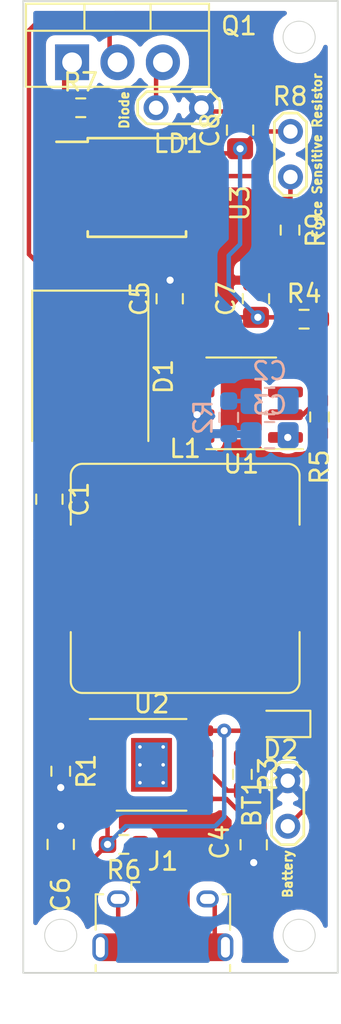
<source format=kicad_pcb>
(kicad_pcb (version 20171130) (host pcbnew "(5.1.9)-1")

  (general
    (thickness 1.6)
    (drawings 10)
    (tracks 113)
    (zones 0)
    (modules 27)
    (nets 29)
  )

  (page A4)
  (layers
    (0 F.Cu signal)
    (31 B.Cu signal)
    (32 B.Adhes user)
    (33 F.Adhes user)
    (34 B.Paste user)
    (35 F.Paste user)
    (36 B.SilkS user)
    (37 F.SilkS user)
    (38 B.Mask user)
    (39 F.Mask user)
    (40 Dwgs.User user)
    (41 Cmts.User user)
    (42 Eco1.User user)
    (43 Eco2.User user)
    (44 Edge.Cuts user)
    (45 Margin user)
    (46 B.CrtYd user)
    (47 F.CrtYd user)
    (48 B.Fab user)
    (49 F.Fab user)
  )

  (setup
    (last_trace_width 0.25)
    (trace_clearance 0.2)
    (zone_clearance 0.508)
    (zone_45_only no)
    (trace_min 0.2)
    (via_size 0.8)
    (via_drill 0.4)
    (via_min_size 0.4)
    (via_min_drill 0.3)
    (uvia_size 0.3)
    (uvia_drill 0.1)
    (uvias_allowed no)
    (uvia_min_size 0.2)
    (uvia_min_drill 0.1)
    (edge_width 0.05)
    (segment_width 0.2)
    (pcb_text_width 0.3)
    (pcb_text_size 1.5 1.5)
    (mod_edge_width 0.12)
    (mod_text_size 1 1)
    (mod_text_width 0.15)
    (pad_size 1.524 1.524)
    (pad_drill 0.762)
    (pad_to_mask_clearance 0)
    (aux_axis_origin 0 0)
    (visible_elements 7FFFFFFF)
    (pcbplotparams
      (layerselection 0x010fc_ffffffff)
      (usegerberextensions false)
      (usegerberattributes true)
      (usegerberadvancedattributes true)
      (creategerberjobfile true)
      (excludeedgelayer true)
      (linewidth 0.100000)
      (plotframeref false)
      (viasonmask false)
      (mode 1)
      (useauxorigin false)
      (hpglpennumber 1)
      (hpglpenspeed 20)
      (hpglpendiameter 15.000000)
      (psnegative false)
      (psa4output false)
      (plotreference true)
      (plotvalue true)
      (plotinvisibletext false)
      (padsonsilk false)
      (subtractmaskfromsilk false)
      (outputformat 1)
      (mirror false)
      (drillshape 0)
      (scaleselection 1)
      (outputdirectory ""))
  )

  (net 0 "")
  (net 1 +BATT)
  (net 2 GND)
  (net 3 "Net-(C2-Pad2)")
  (net 4 "Net-(C2-Pad1)")
  (net 5 +5V)
  (net 6 VCC)
  (net 7 "Net-(D1-Pad2)")
  (net 8 "Net-(D2-Pad1)")
  (net 9 VBUS)
  (net 10 "Net-(J1-Pad2)")
  (net 11 "Net-(J1-Pad3)")
  (net 12 "Net-(J1-Pad4)")
  (net 13 "Net-(J1-Pad6)")
  (net 14 "Net-(LD1-Pad2)")
  (net 15 "Net-(Q1-Pad1)")
  (net 16 "Net-(R1-Pad1)")
  (net 17 "Net-(R3-Pad2)")
  (net 18 "Net-(R4-Pad2)")
  (net 19 laser)
  (net 20 "Net-(R8-Pad2)")
  (net 21 "Net-(U1-Pad3)")
  (net 22 "Net-(U1-Pad4)")
  (net 23 "Net-(U2-Pad1)")
  (net 24 "Net-(U2-Pad7)")
  (net 25 "Net-(U3-Pad1)")
  (net 26 "Net-(U3-Pad2)")
  (net 27 "Net-(U3-Pad3)")
  (net 28 "Net-(U3-Pad5)")

  (net_class Default "This is the default net class."
    (clearance 0.2)
    (trace_width 0.25)
    (via_dia 0.8)
    (via_drill 0.4)
    (uvia_dia 0.3)
    (uvia_drill 0.1)
    (add_net +5V)
    (add_net +BATT)
    (add_net GND)
    (add_net "Net-(C2-Pad1)")
    (add_net "Net-(C2-Pad2)")
    (add_net "Net-(D1-Pad2)")
    (add_net "Net-(D2-Pad1)")
    (add_net "Net-(J1-Pad2)")
    (add_net "Net-(J1-Pad3)")
    (add_net "Net-(J1-Pad4)")
    (add_net "Net-(J1-Pad6)")
    (add_net "Net-(LD1-Pad2)")
    (add_net "Net-(Q1-Pad1)")
    (add_net "Net-(R1-Pad1)")
    (add_net "Net-(R3-Pad2)")
    (add_net "Net-(R4-Pad2)")
    (add_net "Net-(R8-Pad2)")
    (add_net "Net-(U1-Pad3)")
    (add_net "Net-(U1-Pad4)")
    (add_net "Net-(U2-Pad1)")
    (add_net "Net-(U2-Pad7)")
    (add_net "Net-(U3-Pad1)")
    (add_net "Net-(U3-Pad2)")
    (add_net "Net-(U3-Pad3)")
    (add_net "Net-(U3-Pad5)")
    (add_net VBUS)
    (add_net VCC)
    (add_net laser)
  )

  (module TestPoint:TestPoint_2Pads_Pitch2.54mm_Drill0.8mm (layer F.Cu) (tedit 5A0F774F) (tstamp 62B0BB86)
    (at 175.895 127.889 90)
    (descr "Test point with 2 pins, pitch 2.54mm, drill diameter 0.8mm")
    (tags "CONN DEV")
    (path /62AFE581)
    (attr virtual)
    (fp_text reference BT1 (at 1.3 -2 90) (layer F.SilkS)
      (effects (font (size 1 1) (thickness 0.15)))
    )
    (fp_text value Battery_Cell (at 1.27 2 90) (layer F.Fab)
      (effects (font (size 1 1) (thickness 0.15)))
    )
    (fp_line (start -1.03 -0.4) (end -0.53 -0.9) (layer F.SilkS) (width 0.15))
    (fp_line (start -1.03 0.4) (end -1.03 -0.4) (layer F.SilkS) (width 0.15))
    (fp_line (start -0.53 0.9) (end -1.03 0.4) (layer F.SilkS) (width 0.15))
    (fp_line (start 3.07 0.9) (end -0.53 0.9) (layer F.SilkS) (width 0.15))
    (fp_line (start 3.57 0.4) (end 3.07 0.9) (layer F.SilkS) (width 0.15))
    (fp_line (start 3.57 -0.4) (end 3.57 0.4) (layer F.SilkS) (width 0.15))
    (fp_line (start 3.07 -0.9) (end 3.57 -0.4) (layer F.SilkS) (width 0.15))
    (fp_line (start -0.53 -0.9) (end 3.07 -0.9) (layer F.SilkS) (width 0.15))
    (fp_line (start -1.3 0.5) (end -0.65 1.15) (layer F.CrtYd) (width 0.05))
    (fp_line (start -1.3 -0.5) (end -1.3 0.5) (layer F.CrtYd) (width 0.05))
    (fp_line (start -0.65 -1.15) (end -1.3 -0.5) (layer F.CrtYd) (width 0.05))
    (fp_line (start 3.15 -1.15) (end -0.65 -1.15) (layer F.CrtYd) (width 0.05))
    (fp_line (start 3.8 -0.5) (end 3.15 -1.15) (layer F.CrtYd) (width 0.05))
    (fp_line (start 3.8 0.5) (end 3.8 -0.5) (layer F.CrtYd) (width 0.05))
    (fp_line (start 3.15 1.15) (end 3.8 0.5) (layer F.CrtYd) (width 0.05))
    (fp_line (start -0.65 1.15) (end 3.15 1.15) (layer F.CrtYd) (width 0.05))
    (fp_text user %R (at 1.3 -2 90) (layer F.Fab)
      (effects (font (size 1 1) (thickness 0.15)))
    )
    (pad 2 thru_hole circle (at 2.54 0 90) (size 1.4 1.4) (drill 0.8) (layers *.Cu *.Mask)
      (net 2 GND))
    (pad 1 thru_hole circle (at 0 0 90) (size 1.4 1.4) (drill 0.8) (layers *.Cu *.Mask)
      (net 1 +BATT))
  )

  (module Capacitor_SMD:C_0805_2012Metric_Pad1.18x1.45mm_HandSolder (layer F.Cu) (tedit 5F68FEEF) (tstamp 62B0BB97)
    (at 162.56 109.6225 270)
    (descr "Capacitor SMD 0805 (2012 Metric), square (rectangular) end terminal, IPC_7351 nominal with elongated pad for handsoldering. (Body size source: IPC-SM-782 page 76, https://www.pcb-3d.com/wordpress/wp-content/uploads/ipc-sm-782a_amendment_1_and_2.pdf, https://docs.google.com/spreadsheets/d/1BsfQQcO9C6DZCsRaXUlFlo91Tg2WpOkGARC1WS5S8t0/edit?usp=sharing), generated with kicad-footprint-generator")
    (tags "capacitor handsolder")
    (path /62AFCC01)
    (attr smd)
    (fp_text reference C1 (at 0 -1.68 90) (layer F.SilkS)
      (effects (font (size 1 1) (thickness 0.15)))
    )
    (fp_text value 22uF (at 0 1.68 90) (layer F.Fab)
      (effects (font (size 1 1) (thickness 0.15)))
    )
    (fp_line (start -1 0.625) (end -1 -0.625) (layer F.Fab) (width 0.1))
    (fp_line (start -1 -0.625) (end 1 -0.625) (layer F.Fab) (width 0.1))
    (fp_line (start 1 -0.625) (end 1 0.625) (layer F.Fab) (width 0.1))
    (fp_line (start 1 0.625) (end -1 0.625) (layer F.Fab) (width 0.1))
    (fp_line (start -0.261252 -0.735) (end 0.261252 -0.735) (layer F.SilkS) (width 0.12))
    (fp_line (start -0.261252 0.735) (end 0.261252 0.735) (layer F.SilkS) (width 0.12))
    (fp_line (start -1.88 0.98) (end -1.88 -0.98) (layer F.CrtYd) (width 0.05))
    (fp_line (start -1.88 -0.98) (end 1.88 -0.98) (layer F.CrtYd) (width 0.05))
    (fp_line (start 1.88 -0.98) (end 1.88 0.98) (layer F.CrtYd) (width 0.05))
    (fp_line (start 1.88 0.98) (end -1.88 0.98) (layer F.CrtYd) (width 0.05))
    (fp_text user %R (at 0 0 90) (layer F.Fab)
      (effects (font (size 0.5 0.5) (thickness 0.08)))
    )
    (pad 1 smd roundrect (at -1.0375 0 270) (size 1.175 1.45) (layers F.Cu F.Paste F.Mask) (roundrect_rratio 0.2127659574468085)
      (net 1 +BATT))
    (pad 2 smd roundrect (at 1.0375 0 270) (size 1.175 1.45) (layers F.Cu F.Paste F.Mask) (roundrect_rratio 0.2127659574468085)
      (net 2 GND))
    (model ${KISYS3DMOD}/Capacitor_SMD.3dshapes/C_0805_2012Metric.wrl
      (at (xyz 0 0 0))
      (scale (xyz 1 1 1))
      (rotate (xyz 0 0 0))
    )
  )

  (module Capacitor_SMD:C_0805_2012Metric_Pad1.18x1.45mm_HandSolder (layer B.Cu) (tedit 5F68FEEF) (tstamp 62B0BBA8)
    (at 174.879 104.14 180)
    (descr "Capacitor SMD 0805 (2012 Metric), square (rectangular) end terminal, IPC_7351 nominal with elongated pad for handsoldering. (Body size source: IPC-SM-782 page 76, https://www.pcb-3d.com/wordpress/wp-content/uploads/ipc-sm-782a_amendment_1_and_2.pdf, https://docs.google.com/spreadsheets/d/1BsfQQcO9C6DZCsRaXUlFlo91Tg2WpOkGARC1WS5S8t0/edit?usp=sharing), generated with kicad-footprint-generator")
    (tags "capacitor handsolder")
    (path /62AFFD78)
    (attr smd)
    (fp_text reference C2 (at 0 1.68) (layer B.SilkS)
      (effects (font (size 1 1) (thickness 0.15)) (justify mirror))
    )
    (fp_text value 0.1uF (at 0 -1.68) (layer B.Fab)
      (effects (font (size 1 1) (thickness 0.15)) (justify mirror))
    )
    (fp_line (start 1.88 -0.98) (end -1.88 -0.98) (layer B.CrtYd) (width 0.05))
    (fp_line (start 1.88 0.98) (end 1.88 -0.98) (layer B.CrtYd) (width 0.05))
    (fp_line (start -1.88 0.98) (end 1.88 0.98) (layer B.CrtYd) (width 0.05))
    (fp_line (start -1.88 -0.98) (end -1.88 0.98) (layer B.CrtYd) (width 0.05))
    (fp_line (start -0.261252 -0.735) (end 0.261252 -0.735) (layer B.SilkS) (width 0.12))
    (fp_line (start -0.261252 0.735) (end 0.261252 0.735) (layer B.SilkS) (width 0.12))
    (fp_line (start 1 -0.625) (end -1 -0.625) (layer B.Fab) (width 0.1))
    (fp_line (start 1 0.625) (end 1 -0.625) (layer B.Fab) (width 0.1))
    (fp_line (start -1 0.625) (end 1 0.625) (layer B.Fab) (width 0.1))
    (fp_line (start -1 -0.625) (end -1 0.625) (layer B.Fab) (width 0.1))
    (fp_text user %R (at 0 0) (layer B.Fab)
      (effects (font (size 0.5 0.5) (thickness 0.08)) (justify mirror))
    )
    (pad 2 smd roundrect (at 1.0375 0 180) (size 1.175 1.45) (layers B.Cu B.Paste B.Mask) (roundrect_rratio 0.2127659574468085)
      (net 3 "Net-(C2-Pad2)"))
    (pad 1 smd roundrect (at -1.0375 0 180) (size 1.175 1.45) (layers B.Cu B.Paste B.Mask) (roundrect_rratio 0.2127659574468085)
      (net 4 "Net-(C2-Pad1)"))
    (model ${KISYS3DMOD}/Capacitor_SMD.3dshapes/C_0805_2012Metric.wrl
      (at (xyz 0 0 0))
      (scale (xyz 1 1 1))
      (rotate (xyz 0 0 0))
    )
  )

  (module Capacitor_SMD:C_0805_2012Metric_Pad1.18x1.45mm_HandSolder (layer B.Cu) (tedit 5F68FEEF) (tstamp 62B0BBB9)
    (at 174.879 106.045 180)
    (descr "Capacitor SMD 0805 (2012 Metric), square (rectangular) end terminal, IPC_7351 nominal with elongated pad for handsoldering. (Body size source: IPC-SM-782 page 76, https://www.pcb-3d.com/wordpress/wp-content/uploads/ipc-sm-782a_amendment_1_and_2.pdf, https://docs.google.com/spreadsheets/d/1BsfQQcO9C6DZCsRaXUlFlo91Tg2WpOkGARC1WS5S8t0/edit?usp=sharing), generated with kicad-footprint-generator")
    (tags "capacitor handsolder")
    (path /62AFF4F3)
    (attr smd)
    (fp_text reference C3 (at 0 1.68) (layer B.SilkS)
      (effects (font (size 1 1) (thickness 0.15)) (justify mirror))
    )
    (fp_text value 200pF (at 0 -1.68) (layer B.Fab)
      (effects (font (size 1 1) (thickness 0.15)) (justify mirror))
    )
    (fp_line (start -1 -0.625) (end -1 0.625) (layer B.Fab) (width 0.1))
    (fp_line (start -1 0.625) (end 1 0.625) (layer B.Fab) (width 0.1))
    (fp_line (start 1 0.625) (end 1 -0.625) (layer B.Fab) (width 0.1))
    (fp_line (start 1 -0.625) (end -1 -0.625) (layer B.Fab) (width 0.1))
    (fp_line (start -0.261252 0.735) (end 0.261252 0.735) (layer B.SilkS) (width 0.12))
    (fp_line (start -0.261252 -0.735) (end 0.261252 -0.735) (layer B.SilkS) (width 0.12))
    (fp_line (start -1.88 -0.98) (end -1.88 0.98) (layer B.CrtYd) (width 0.05))
    (fp_line (start -1.88 0.98) (end 1.88 0.98) (layer B.CrtYd) (width 0.05))
    (fp_line (start 1.88 0.98) (end 1.88 -0.98) (layer B.CrtYd) (width 0.05))
    (fp_line (start 1.88 -0.98) (end -1.88 -0.98) (layer B.CrtYd) (width 0.05))
    (fp_text user %R (at 0 0) (layer B.Fab)
      (effects (font (size 0.5 0.5) (thickness 0.08)) (justify mirror))
    )
    (pad 1 smd roundrect (at -1.0375 0 180) (size 1.175 1.45) (layers B.Cu B.Paste B.Mask) (roundrect_rratio 0.2127659574468085)
      (net 4 "Net-(C2-Pad1)"))
    (pad 2 smd roundrect (at 1.0375 0 180) (size 1.175 1.45) (layers B.Cu B.Paste B.Mask) (roundrect_rratio 0.2127659574468085)
      (net 2 GND))
    (model ${KISYS3DMOD}/Capacitor_SMD.3dshapes/C_0805_2012Metric.wrl
      (at (xyz 0 0 0))
      (scale (xyz 1 1 1))
      (rotate (xyz 0 0 0))
    )
  )

  (module Capacitor_SMD:C_0805_2012Metric_Pad1.18x1.45mm_HandSolder (layer F.Cu) (tedit 5F68FEEF) (tstamp 62B0BBCA)
    (at 173.99 128.9265 270)
    (descr "Capacitor SMD 0805 (2012 Metric), square (rectangular) end terminal, IPC_7351 nominal with elongated pad for handsoldering. (Body size source: IPC-SM-782 page 76, https://www.pcb-3d.com/wordpress/wp-content/uploads/ipc-sm-782a_amendment_1_and_2.pdf, https://docs.google.com/spreadsheets/d/1BsfQQcO9C6DZCsRaXUlFlo91Tg2WpOkGARC1WS5S8t0/edit?usp=sharing), generated with kicad-footprint-generator")
    (tags "capacitor handsolder")
    (path /62B24C91)
    (attr smd)
    (fp_text reference C4 (at -0.1485 1.905 90) (layer F.SilkS)
      (effects (font (size 1 1) (thickness 0.15)))
    )
    (fp_text value 10uF (at 0 1.68 90) (layer F.Fab)
      (effects (font (size 1 1) (thickness 0.15)))
    )
    (fp_line (start -1 0.625) (end -1 -0.625) (layer F.Fab) (width 0.1))
    (fp_line (start -1 -0.625) (end 1 -0.625) (layer F.Fab) (width 0.1))
    (fp_line (start 1 -0.625) (end 1 0.625) (layer F.Fab) (width 0.1))
    (fp_line (start 1 0.625) (end -1 0.625) (layer F.Fab) (width 0.1))
    (fp_line (start -0.261252 -0.735) (end 0.261252 -0.735) (layer F.SilkS) (width 0.12))
    (fp_line (start -0.261252 0.735) (end 0.261252 0.735) (layer F.SilkS) (width 0.12))
    (fp_line (start -1.88 0.98) (end -1.88 -0.98) (layer F.CrtYd) (width 0.05))
    (fp_line (start -1.88 -0.98) (end 1.88 -0.98) (layer F.CrtYd) (width 0.05))
    (fp_line (start 1.88 -0.98) (end 1.88 0.98) (layer F.CrtYd) (width 0.05))
    (fp_line (start 1.88 0.98) (end -1.88 0.98) (layer F.CrtYd) (width 0.05))
    (fp_text user %R (at 0 0 90) (layer F.Fab)
      (effects (font (size 0.5 0.5) (thickness 0.08)))
    )
    (pad 1 smd roundrect (at -1.0375 0 270) (size 1.175 1.45) (layers F.Cu F.Paste F.Mask) (roundrect_rratio 0.2127659574468085)
      (net 1 +BATT))
    (pad 2 smd roundrect (at 1.0375 0 270) (size 1.175 1.45) (layers F.Cu F.Paste F.Mask) (roundrect_rratio 0.2127659574468085)
      (net 2 GND))
    (model ${KISYS3DMOD}/Capacitor_SMD.3dshapes/C_0805_2012Metric.wrl
      (at (xyz 0 0 0))
      (scale (xyz 1 1 1))
      (rotate (xyz 0 0 0))
    )
  )

  (module Capacitor_SMD:C_0805_2012Metric_Pad1.18x1.45mm_HandSolder (layer F.Cu) (tedit 5F68FEEF) (tstamp 62B0BBDB)
    (at 169.291 98.425 90)
    (descr "Capacitor SMD 0805 (2012 Metric), square (rectangular) end terminal, IPC_7351 nominal with elongated pad for handsoldering. (Body size source: IPC-SM-782 page 76, https://www.pcb-3d.com/wordpress/wp-content/uploads/ipc-sm-782a_amendment_1_and_2.pdf, https://docs.google.com/spreadsheets/d/1BsfQQcO9C6DZCsRaXUlFlo91Tg2WpOkGARC1WS5S8t0/edit?usp=sharing), generated with kicad-footprint-generator")
    (tags "capacitor handsolder")
    (path /62B022AE)
    (attr smd)
    (fp_text reference C5 (at 0 -1.68 90) (layer F.SilkS)
      (effects (font (size 1 1) (thickness 0.15)))
    )
    (fp_text value 22uF (at 0 1.68 90) (layer F.Fab)
      (effects (font (size 1 1) (thickness 0.15)))
    )
    (fp_line (start -1 0.625) (end -1 -0.625) (layer F.Fab) (width 0.1))
    (fp_line (start -1 -0.625) (end 1 -0.625) (layer F.Fab) (width 0.1))
    (fp_line (start 1 -0.625) (end 1 0.625) (layer F.Fab) (width 0.1))
    (fp_line (start 1 0.625) (end -1 0.625) (layer F.Fab) (width 0.1))
    (fp_line (start -0.261252 -0.735) (end 0.261252 -0.735) (layer F.SilkS) (width 0.12))
    (fp_line (start -0.261252 0.735) (end 0.261252 0.735) (layer F.SilkS) (width 0.12))
    (fp_line (start -1.88 0.98) (end -1.88 -0.98) (layer F.CrtYd) (width 0.05))
    (fp_line (start -1.88 -0.98) (end 1.88 -0.98) (layer F.CrtYd) (width 0.05))
    (fp_line (start 1.88 -0.98) (end 1.88 0.98) (layer F.CrtYd) (width 0.05))
    (fp_line (start 1.88 0.98) (end -1.88 0.98) (layer F.CrtYd) (width 0.05))
    (fp_text user %R (at 0 0 90) (layer F.Fab)
      (effects (font (size 0.5 0.5) (thickness 0.08)))
    )
    (pad 1 smd roundrect (at -1.0375 0 90) (size 1.175 1.45) (layers F.Cu F.Paste F.Mask) (roundrect_rratio 0.2127659574468085)
      (net 5 +5V))
    (pad 2 smd roundrect (at 1.0375 0 90) (size 1.175 1.45) (layers F.Cu F.Paste F.Mask) (roundrect_rratio 0.2127659574468085)
      (net 2 GND))
    (model ${KISYS3DMOD}/Capacitor_SMD.3dshapes/C_0805_2012Metric.wrl
      (at (xyz 0 0 0))
      (scale (xyz 1 1 1))
      (rotate (xyz 0 0 0))
    )
  )

  (module Capacitor_SMD:C_0805_2012Metric_Pad1.18x1.45mm_HandSolder (layer F.Cu) (tedit 5F68FEEF) (tstamp 62B0BBEC)
    (at 163.195 128.905 90)
    (descr "Capacitor SMD 0805 (2012 Metric), square (rectangular) end terminal, IPC_7351 nominal with elongated pad for handsoldering. (Body size source: IPC-SM-782 page 76, https://www.pcb-3d.com/wordpress/wp-content/uploads/ipc-sm-782a_amendment_1_and_2.pdf, https://docs.google.com/spreadsheets/d/1BsfQQcO9C6DZCsRaXUlFlo91Tg2WpOkGARC1WS5S8t0/edit?usp=sharing), generated with kicad-footprint-generator")
    (tags "capacitor handsolder")
    (path /62B37BFB)
    (attr smd)
    (fp_text reference C6 (at -2.794 0 90) (layer F.SilkS)
      (effects (font (size 1 1) (thickness 0.15)))
    )
    (fp_text value 10uF (at 0 1.68 90) (layer F.Fab)
      (effects (font (size 1 1) (thickness 0.15)))
    )
    (fp_line (start -1 0.625) (end -1 -0.625) (layer F.Fab) (width 0.1))
    (fp_line (start -1 -0.625) (end 1 -0.625) (layer F.Fab) (width 0.1))
    (fp_line (start 1 -0.625) (end 1 0.625) (layer F.Fab) (width 0.1))
    (fp_line (start 1 0.625) (end -1 0.625) (layer F.Fab) (width 0.1))
    (fp_line (start -0.261252 -0.735) (end 0.261252 -0.735) (layer F.SilkS) (width 0.12))
    (fp_line (start -0.261252 0.735) (end 0.261252 0.735) (layer F.SilkS) (width 0.12))
    (fp_line (start -1.88 0.98) (end -1.88 -0.98) (layer F.CrtYd) (width 0.05))
    (fp_line (start -1.88 -0.98) (end 1.88 -0.98) (layer F.CrtYd) (width 0.05))
    (fp_line (start 1.88 -0.98) (end 1.88 0.98) (layer F.CrtYd) (width 0.05))
    (fp_line (start 1.88 0.98) (end -1.88 0.98) (layer F.CrtYd) (width 0.05))
    (fp_text user %R (at 0 0 90) (layer F.Fab)
      (effects (font (size 0.5 0.5) (thickness 0.08)))
    )
    (pad 1 smd roundrect (at -1.0375 0 90) (size 1.175 1.45) (layers F.Cu F.Paste F.Mask) (roundrect_rratio 0.2127659574468085)
      (net 6 VCC))
    (pad 2 smd roundrect (at 1.0375 0 90) (size 1.175 1.45) (layers F.Cu F.Paste F.Mask) (roundrect_rratio 0.2127659574468085)
      (net 2 GND))
    (model ${KISYS3DMOD}/Capacitor_SMD.3dshapes/C_0805_2012Metric.wrl
      (at (xyz 0 0 0))
      (scale (xyz 1 1 1))
      (rotate (xyz 0 0 0))
    )
  )

  (module Capacitor_SMD:C_0805_2012Metric_Pad1.18x1.45mm_HandSolder (layer F.Cu) (tedit 5F68FEEF) (tstamp 62B0BBFD)
    (at 174.117 98.425 90)
    (descr "Capacitor SMD 0805 (2012 Metric), square (rectangular) end terminal, IPC_7351 nominal with elongated pad for handsoldering. (Body size source: IPC-SM-782 page 76, https://www.pcb-3d.com/wordpress/wp-content/uploads/ipc-sm-782a_amendment_1_and_2.pdf, https://docs.google.com/spreadsheets/d/1BsfQQcO9C6DZCsRaXUlFlo91Tg2WpOkGARC1WS5S8t0/edit?usp=sharing), generated with kicad-footprint-generator")
    (tags "capacitor handsolder")
    (path /62B02C8F)
    (attr smd)
    (fp_text reference C7 (at 0 -1.68 90) (layer F.SilkS)
      (effects (font (size 1 1) (thickness 0.15)))
    )
    (fp_text value 22uF (at 0 1.68 90) (layer F.Fab)
      (effects (font (size 1 1) (thickness 0.15)))
    )
    (fp_line (start 1.88 0.98) (end -1.88 0.98) (layer F.CrtYd) (width 0.05))
    (fp_line (start 1.88 -0.98) (end 1.88 0.98) (layer F.CrtYd) (width 0.05))
    (fp_line (start -1.88 -0.98) (end 1.88 -0.98) (layer F.CrtYd) (width 0.05))
    (fp_line (start -1.88 0.98) (end -1.88 -0.98) (layer F.CrtYd) (width 0.05))
    (fp_line (start -0.261252 0.735) (end 0.261252 0.735) (layer F.SilkS) (width 0.12))
    (fp_line (start -0.261252 -0.735) (end 0.261252 -0.735) (layer F.SilkS) (width 0.12))
    (fp_line (start 1 0.625) (end -1 0.625) (layer F.Fab) (width 0.1))
    (fp_line (start 1 -0.625) (end 1 0.625) (layer F.Fab) (width 0.1))
    (fp_line (start -1 -0.625) (end 1 -0.625) (layer F.Fab) (width 0.1))
    (fp_line (start -1 0.625) (end -1 -0.625) (layer F.Fab) (width 0.1))
    (fp_text user %R (at 0 0 90) (layer F.Fab)
      (effects (font (size 0.5 0.5) (thickness 0.08)))
    )
    (pad 2 smd roundrect (at 1.0375 0 90) (size 1.175 1.45) (layers F.Cu F.Paste F.Mask) (roundrect_rratio 0.2127659574468085)
      (net 2 GND))
    (pad 1 smd roundrect (at -1.0375 0 90) (size 1.175 1.45) (layers F.Cu F.Paste F.Mask) (roundrect_rratio 0.2127659574468085)
      (net 5 +5V))
    (model ${KISYS3DMOD}/Capacitor_SMD.3dshapes/C_0805_2012Metric.wrl
      (at (xyz 0 0 0))
      (scale (xyz 1 1 1))
      (rotate (xyz 0 0 0))
    )
  )

  (module Capacitor_SMD:C_0805_2012Metric_Pad1.18x1.45mm_HandSolder (layer F.Cu) (tedit 5F68FEEF) (tstamp 62B0BC0E)
    (at 173.228 89.0055 90)
    (descr "Capacitor SMD 0805 (2012 Metric), square (rectangular) end terminal, IPC_7351 nominal with elongated pad for handsoldering. (Body size source: IPC-SM-782 page 76, https://www.pcb-3d.com/wordpress/wp-content/uploads/ipc-sm-782a_amendment_1_and_2.pdf, https://docs.google.com/spreadsheets/d/1BsfQQcO9C6DZCsRaXUlFlo91Tg2WpOkGARC1WS5S8t0/edit?usp=sharing), generated with kicad-footprint-generator")
    (tags "capacitor handsolder")
    (path /62B14D0A)
    (attr smd)
    (fp_text reference C8 (at 0 -1.68 90) (layer F.SilkS)
      (effects (font (size 1 1) (thickness 0.15)))
    )
    (fp_text value 0.1uF (at 0 1.68 90) (layer F.Fab)
      (effects (font (size 1 1) (thickness 0.15)))
    )
    (fp_line (start -1 0.625) (end -1 -0.625) (layer F.Fab) (width 0.1))
    (fp_line (start -1 -0.625) (end 1 -0.625) (layer F.Fab) (width 0.1))
    (fp_line (start 1 -0.625) (end 1 0.625) (layer F.Fab) (width 0.1))
    (fp_line (start 1 0.625) (end -1 0.625) (layer F.Fab) (width 0.1))
    (fp_line (start -0.261252 -0.735) (end 0.261252 -0.735) (layer F.SilkS) (width 0.12))
    (fp_line (start -0.261252 0.735) (end 0.261252 0.735) (layer F.SilkS) (width 0.12))
    (fp_line (start -1.88 0.98) (end -1.88 -0.98) (layer F.CrtYd) (width 0.05))
    (fp_line (start -1.88 -0.98) (end 1.88 -0.98) (layer F.CrtYd) (width 0.05))
    (fp_line (start 1.88 -0.98) (end 1.88 0.98) (layer F.CrtYd) (width 0.05))
    (fp_line (start 1.88 0.98) (end -1.88 0.98) (layer F.CrtYd) (width 0.05))
    (fp_text user %R (at 0 0 90) (layer F.Fab)
      (effects (font (size 0.5 0.5) (thickness 0.08)))
    )
    (pad 1 smd roundrect (at -1.0375 0 90) (size 1.175 1.45) (layers F.Cu F.Paste F.Mask) (roundrect_rratio 0.2127659574468085)
      (net 5 +5V))
    (pad 2 smd roundrect (at 1.0375 0 90) (size 1.175 1.45) (layers F.Cu F.Paste F.Mask) (roundrect_rratio 0.2127659574468085)
      (net 2 GND))
    (model ${KISYS3DMOD}/Capacitor_SMD.3dshapes/C_0805_2012Metric.wrl
      (at (xyz 0 0 0))
      (scale (xyz 1 1 1))
      (rotate (xyz 0 0 0))
    )
  )

  (module Diode_SMD:D_SMC (layer F.Cu) (tedit 5864295D) (tstamp 62B0BC26)
    (at 164.846 102.772 270)
    (descr "Diode SMC (DO-214AB)")
    (tags "Diode SMC (DO-214AB)")
    (path /62AF8147)
    (attr smd)
    (fp_text reference D1 (at 0 -4.1 90) (layer F.SilkS)
      (effects (font (size 1 1) (thickness 0.15)))
    )
    (fp_text value ss34 (at 0 4.2 90) (layer F.Fab)
      (effects (font (size 1 1) (thickness 0.15)))
    )
    (fp_line (start -4.8 3.25) (end -4.8 -3.25) (layer F.SilkS) (width 0.12))
    (fp_line (start 3.55 3.1) (end -3.55 3.1) (layer F.Fab) (width 0.1))
    (fp_line (start -3.55 3.1) (end -3.55 -3.1) (layer F.Fab) (width 0.1))
    (fp_line (start 3.55 -3.1) (end 3.55 3.1) (layer F.Fab) (width 0.1))
    (fp_line (start 3.55 -3.1) (end -3.55 -3.1) (layer F.Fab) (width 0.1))
    (fp_line (start -4.9 -3.35) (end 4.9 -3.35) (layer F.CrtYd) (width 0.05))
    (fp_line (start 4.9 -3.35) (end 4.9 3.35) (layer F.CrtYd) (width 0.05))
    (fp_line (start 4.9 3.35) (end -4.9 3.35) (layer F.CrtYd) (width 0.05))
    (fp_line (start -4.9 3.35) (end -4.9 -3.35) (layer F.CrtYd) (width 0.05))
    (fp_line (start -0.64944 0.00102) (end -1.55114 0.00102) (layer F.Fab) (width 0.1))
    (fp_line (start 0.50118 0.00102) (end 1.4994 0.00102) (layer F.Fab) (width 0.1))
    (fp_line (start -0.64944 -0.79908) (end -0.64944 0.80112) (layer F.Fab) (width 0.1))
    (fp_line (start 0.50118 0.75032) (end 0.50118 -0.79908) (layer F.Fab) (width 0.1))
    (fp_line (start -0.64944 0.00102) (end 0.50118 0.75032) (layer F.Fab) (width 0.1))
    (fp_line (start -0.64944 0.00102) (end 0.50118 -0.79908) (layer F.Fab) (width 0.1))
    (fp_line (start -4.8 3.25) (end 3.6 3.25) (layer F.SilkS) (width 0.12))
    (fp_line (start -4.8 -3.25) (end 3.6 -3.25) (layer F.SilkS) (width 0.12))
    (fp_text user %R (at 0 -1.9 90) (layer F.Fab)
      (effects (font (size 1 1) (thickness 0.15)))
    )
    (pad 1 smd rect (at -3.4 0) (size 3.3 2.5) (layers F.Cu F.Paste F.Mask)
      (net 5 +5V))
    (pad 2 smd rect (at 3.4 0) (size 3.3 2.5) (layers F.Cu F.Paste F.Mask)
      (net 7 "Net-(D1-Pad2)"))
    (model ${KISYS3DMOD}/Diode_SMD.3dshapes/D_SMC.wrl
      (at (xyz 0 0 0))
      (scale (xyz 1 1 1))
      (rotate (xyz 0 0 0))
    )
  )

  (module LED_SMD:LED_0603_1608Metric_Pad1.05x0.95mm_HandSolder (layer F.Cu) (tedit 5F68FEF1) (tstamp 62B0BC39)
    (at 175.5 122.174 180)
    (descr "LED SMD 0603 (1608 Metric), square (rectangular) end terminal, IPC_7351 nominal, (Body size source: http://www.tortai-tech.com/upload/download/2011102023233369053.pdf), generated with kicad-footprint-generator")
    (tags "LED handsolder")
    (path /62B30243)
    (attr smd)
    (fp_text reference D2 (at 0 -1.43) (layer F.SilkS)
      (effects (font (size 1 1) (thickness 0.15)))
    )
    (fp_text value LED (at 0 1.43) (layer F.Fab)
      (effects (font (size 1 1) (thickness 0.15)))
    )
    (fp_line (start 1.65 0.73) (end -1.65 0.73) (layer F.CrtYd) (width 0.05))
    (fp_line (start 1.65 -0.73) (end 1.65 0.73) (layer F.CrtYd) (width 0.05))
    (fp_line (start -1.65 -0.73) (end 1.65 -0.73) (layer F.CrtYd) (width 0.05))
    (fp_line (start -1.65 0.73) (end -1.65 -0.73) (layer F.CrtYd) (width 0.05))
    (fp_line (start -1.66 0.735) (end 0.8 0.735) (layer F.SilkS) (width 0.12))
    (fp_line (start -1.66 -0.735) (end -1.66 0.735) (layer F.SilkS) (width 0.12))
    (fp_line (start 0.8 -0.735) (end -1.66 -0.735) (layer F.SilkS) (width 0.12))
    (fp_line (start 0.8 0.4) (end 0.8 -0.4) (layer F.Fab) (width 0.1))
    (fp_line (start -0.8 0.4) (end 0.8 0.4) (layer F.Fab) (width 0.1))
    (fp_line (start -0.8 -0.1) (end -0.8 0.4) (layer F.Fab) (width 0.1))
    (fp_line (start -0.5 -0.4) (end -0.8 -0.1) (layer F.Fab) (width 0.1))
    (fp_line (start 0.8 -0.4) (end -0.5 -0.4) (layer F.Fab) (width 0.1))
    (fp_text user %R (at 0 0) (layer F.Fab)
      (effects (font (size 0.4 0.4) (thickness 0.06)))
    )
    (pad 2 smd roundrect (at 0.875 0 180) (size 1.05 0.95) (layers F.Cu F.Paste F.Mask) (roundrect_rratio 0.25)
      (net 6 VCC))
    (pad 1 smd roundrect (at -0.875 0 180) (size 1.05 0.95) (layers F.Cu F.Paste F.Mask) (roundrect_rratio 0.25)
      (net 8 "Net-(D2-Pad1)"))
    (model ${KISYS3DMOD}/LED_SMD.3dshapes/LED_0603_1608Metric.wrl
      (at (xyz 0 0 0))
      (scale (xyz 1 1 1))
      (rotate (xyz 0 0 0))
    )
  )

  (module Connector_USB:USB_Micro-B_Amphenol_10118194_Horizontal (layer F.Cu) (tedit 5F2142B6) (tstamp 62B0BC62)
    (at 168.91 133.35)
    (descr "USB Micro-B receptacle, horizontal, SMD, 10118194, https://cdn.amphenol-icc.com/media/wysiwyg/files/drawing/10118194.pdf")
    (tags "USB Micro B horizontal SMD")
    (path /62B7DCF5)
    (attr smd)
    (fp_text reference J1 (at 0 -3.5) (layer F.SilkS)
      (effects (font (size 1 1) (thickness 0.15)))
    )
    (fp_text value USB_B_Micro (at 0 4.75) (layer F.Fab)
      (effects (font (size 1 1) (thickness 0.15)))
    )
    (fp_line (start -3.65 -0.55) (end -2.65 -1.55) (layer F.Fab) (width 0.1))
    (fp_line (start -1.76 -1.89) (end -1.76 -2.34) (layer F.SilkS) (width 0.12))
    (fp_line (start -1.31 -2.34) (end -1.76 -2.34) (layer F.SilkS) (width 0.12))
    (fp_line (start 4.45 -2.58) (end 4.45 3.95) (layer F.CrtYd) (width 0.05))
    (fp_line (start -4.45 -2.58) (end -4.45 3.95) (layer F.CrtYd) (width 0.05))
    (fp_line (start -4.45 -2.58) (end 4.45 -2.58) (layer F.CrtYd) (width 0.05))
    (fp_line (start -4.45 3.95) (end 4.45 3.95) (layer F.CrtYd) (width 0.05))
    (fp_line (start 3 2.75) (end -3 2.75) (layer Dwgs.User) (width 0.1))
    (fp_line (start -3.76 -1.66) (end -3.34 -1.66) (layer F.SilkS) (width 0.12))
    (fp_line (start -3.76 0.32) (end -3.76 -1.66) (layer F.SilkS) (width 0.12))
    (fp_line (start -3.76 2.69) (end -3.76 2.29) (layer F.SilkS) (width 0.12))
    (fp_line (start 3.76 2.29) (end 3.76 2.69) (layer F.SilkS) (width 0.12))
    (fp_line (start 3.76 -1.66) (end 3.34 -1.66) (layer F.SilkS) (width 0.12))
    (fp_line (start 3.76 0.32) (end 3.76 -1.66) (layer F.SilkS) (width 0.12))
    (fp_line (start -3.65 3.45) (end -3.65 -0.55) (layer F.Fab) (width 0.1))
    (fp_line (start 3.65 3.45) (end -3.65 3.45) (layer F.Fab) (width 0.1))
    (fp_line (start 3.65 -1.55) (end 3.65 3.45) (layer F.Fab) (width 0.1))
    (fp_line (start -2.65 -1.55) (end 3.65 -1.55) (layer F.Fab) (width 0.1))
    (fp_text user %R (at 0 -0.05) (layer F.Fab)
      (effects (font (size 1 1) (thickness 0.15)))
    )
    (fp_text user "PCB Edge" (at 0 2.75) (layer Dwgs.User)
      (effects (font (size 0.5 0.5) (thickness 0.08)))
    )
    (pad 1 smd rect (at -1.3 -1.4) (size 0.4 1.35) (layers F.Cu F.Paste F.Mask)
      (net 9 VBUS))
    (pad 2 smd rect (at -0.65 -1.4) (size 0.4 1.35) (layers F.Cu F.Paste F.Mask)
      (net 10 "Net-(J1-Pad2)"))
    (pad 3 smd rect (at 0 -1.4) (size 0.4 1.35) (layers F.Cu F.Paste F.Mask)
      (net 11 "Net-(J1-Pad3)"))
    (pad 4 smd rect (at 0.65 -1.4) (size 0.4 1.35) (layers F.Cu F.Paste F.Mask)
      (net 12 "Net-(J1-Pad4)"))
    (pad 5 smd rect (at 1.3 -1.4) (size 0.4 1.35) (layers F.Cu F.Paste F.Mask)
      (net 2 GND))
    (pad 6 thru_hole oval (at -2.5 -1.4) (size 1.25 0.95) (drill oval 0.85 0.55) (layers *.Cu *.Mask)
      (net 13 "Net-(J1-Pad6)"))
    (pad "" smd oval (at -3.5 1.3) (size 0.89 1.55) (layers F.Paste))
    (pad 6 thru_hole oval (at 2.5 -1.4) (size 1.25 0.95) (drill oval 0.85 0.55) (layers *.Cu *.Mask)
      (net 13 "Net-(J1-Pad6)"))
    (pad 6 smd rect (at -1 1.3) (size 1.5 1.55) (layers F.Cu F.Paste F.Mask)
      (net 13 "Net-(J1-Pad6)"))
    (pad 6 smd rect (at 1 1.3) (size 1.5 1.55) (layers F.Cu F.Paste F.Mask)
      (net 13 "Net-(J1-Pad6)"))
    (pad "" smd oval (at 3.5 1.3) (size 0.89 1.55) (layers F.Paste))
    (pad 6 smd rect (at -2.9 1.3) (size 1.2 1.55) (layers F.Cu F.Paste F.Mask)
      (net 13 "Net-(J1-Pad6)"))
    (pad 6 smd rect (at 2.9 1.3) (size 1.2 1.55) (layers F.Cu F.Paste F.Mask)
      (net 13 "Net-(J1-Pad6)"))
    (pad 6 thru_hole oval (at -3.5 1.3) (size 0.89 1.55) (drill oval 0.5 1.15) (layers *.Cu *.Mask)
      (net 13 "Net-(J1-Pad6)"))
    (pad 6 thru_hole oval (at 3.5 1.3) (size 0.89 1.55) (drill oval 0.5 1.15) (layers *.Cu *.Mask)
      (net 13 "Net-(J1-Pad6)"))
    (pad "" smd oval (at -2.5 -1.4) (size 1.25 0.95) (layers F.Paste))
    (pad "" smd oval (at 2.5 -1.4) (size 1.25 0.95) (layers F.Paste))
    (model ${KISYS3DMOD}/Connector_USB.3dshapes/USB_Micro-B_Amphenol_10118194_Horizontal.wrl
      (at (xyz 0 0 0))
      (scale (xyz 1 1 1))
      (rotate (xyz 0 0 0))
    )
  )

  (module Inductor_SMD:L_Bourns_SRR1260 (layer F.Cu) (tedit 5A71B056) (tstamp 62B0BC86)
    (at 170.156 114.046)
    (descr "Bourns SRR1260 series SMD inductor http://www.bourns.com/docs/Product-Datasheets/SRR1260.pdf")
    (tags "Bourns SRR1260 SMD inductor")
    (path /62AFAE91)
    (attr smd)
    (fp_text reference L1 (at 0 -7.25) (layer F.SilkS)
      (effects (font (size 1 1) (thickness 0.15)))
    )
    (fp_text value 22uH (at 0 7.4) (layer F.Fab)
      (effects (font (size 1 1) (thickness 0.15)))
    )
    (fp_circle (center 0 0) (end 0 -5.6) (layer F.Fab) (width 0.1))
    (fp_line (start -5.75 -6.25) (end 5.75 -6.25) (layer F.Fab) (width 0.1))
    (fp_line (start -4 2) (end -4 -2) (layer F.Fab) (width 0.1))
    (fp_line (start -6.25 -5.75) (end -6.25 5.75) (layer F.Fab) (width 0.1))
    (fp_line (start 5.75 6.25) (end -5.75 6.25) (layer F.Fab) (width 0.1))
    (fp_line (start 6.25 -5.75) (end 6.25 5.75) (layer F.Fab) (width 0.1))
    (fp_line (start 4 -2) (end 4 2) (layer F.Fab) (width 0.1))
    (fp_line (start -5.75 -6.4) (end 5.75 -6.4) (layer F.SilkS) (width 0.12))
    (fp_line (start -6.4 -5.75) (end -6.4 -3) (layer F.SilkS) (width 0.12))
    (fp_line (start 5.75 6.4) (end -5.75 6.4) (layer F.SilkS) (width 0.12))
    (fp_line (start 6.4 -5.75) (end 6.4 -3) (layer F.SilkS) (width 0.12))
    (fp_line (start -5.75 -6.5) (end 5.75 -6.5) (layer F.CrtYd) (width 0.05))
    (fp_line (start -6.5 5.75) (end -6.5 -5.75) (layer F.CrtYd) (width 0.05))
    (fp_line (start 5.75 6.5) (end -5.75 6.5) (layer F.CrtYd) (width 0.05))
    (fp_line (start 6.5 -5.75) (end 6.5 5.75) (layer F.CrtYd) (width 0.05))
    (fp_line (start -6.4 3) (end -6.4 5.75) (layer F.SilkS) (width 0.12))
    (fp_line (start 6.4 3) (end 6.4 5.75) (layer F.SilkS) (width 0.12))
    (fp_text user %R (at 0 0) (layer F.Fab)
      (effects (font (size 1 1) (thickness 0.15)))
    )
    (fp_arc (start -5.75 -5.75) (end -5.75 -6.25) (angle -90) (layer F.Fab) (width 0.1))
    (fp_arc (start 5.75 -5.75) (end 6.25 -5.75) (angle -90) (layer F.Fab) (width 0.1))
    (fp_arc (start 5.75 5.75) (end 5.75 6.25) (angle -90) (layer F.Fab) (width 0.1))
    (fp_arc (start -5.75 5.75) (end -6.25 5.75) (angle -90) (layer F.Fab) (width 0.1))
    (fp_arc (start -5.75 -5.75) (end -5.75 -6.4) (angle -90) (layer F.SilkS) (width 0.12))
    (fp_arc (start -5.75 5.75) (end -6.4 5.75) (angle -90) (layer F.SilkS) (width 0.12))
    (fp_arc (start 5.75 5.75) (end 5.75 6.4) (angle -90) (layer F.SilkS) (width 0.12))
    (fp_arc (start 5.75 -5.75) (end 6.4 -5.75) (angle -90) (layer F.SilkS) (width 0.12))
    (fp_arc (start -5.75 -5.75) (end -5.75 -6.5) (angle -90) (layer F.CrtYd) (width 0.05))
    (fp_arc (start -5.75 5.75) (end -6.5 5.75) (angle -90) (layer F.CrtYd) (width 0.05))
    (fp_arc (start 5.75 5.75) (end 5.75 6.5) (angle -90) (layer F.CrtYd) (width 0.05))
    (fp_arc (start 5.75 -5.75) (end 6.5 -5.75) (angle -90) (layer F.CrtYd) (width 0.05))
    (pad 2 smd rect (at 4.85 0) (size 2.9 5.4) (layers F.Cu F.Paste F.Mask)
      (net 7 "Net-(D1-Pad2)"))
    (pad 1 smd rect (at -4.85 0) (size 2.9 5.4) (layers F.Cu F.Paste F.Mask)
      (net 1 +BATT))
    (model ${KISYS3DMOD}/Inductor_SMD.3dshapes/L_Bourns_SRR1260.wrl
      (at (xyz 0 0 0))
      (scale (xyz 1 1 1))
      (rotate (xyz 0 0 0))
    )
  )

  (module TestPoint:TestPoint_2Pads_Pitch2.54mm_Drill0.8mm (layer F.Cu) (tedit 5A0F774F) (tstamp 62B0BC9D)
    (at 171.069 87.757 180)
    (descr "Test point with 2 pins, pitch 2.54mm, drill diameter 0.8mm")
    (tags "CONN DEV")
    (path /62B1AAC0)
    (attr virtual)
    (fp_text reference LD1 (at 1.3 -2) (layer F.SilkS)
      (effects (font (size 1 1) (thickness 0.15)))
    )
    (fp_text value "High power laser diode" (at 1.27 2) (layer F.Fab)
      (effects (font (size 1 1) (thickness 0.15)))
    )
    (fp_line (start -1.03 -0.4) (end -0.53 -0.9) (layer F.SilkS) (width 0.15))
    (fp_line (start -1.03 0.4) (end -1.03 -0.4) (layer F.SilkS) (width 0.15))
    (fp_line (start -0.53 0.9) (end -1.03 0.4) (layer F.SilkS) (width 0.15))
    (fp_line (start 3.07 0.9) (end -0.53 0.9) (layer F.SilkS) (width 0.15))
    (fp_line (start 3.57 0.4) (end 3.07 0.9) (layer F.SilkS) (width 0.15))
    (fp_line (start 3.57 -0.4) (end 3.57 0.4) (layer F.SilkS) (width 0.15))
    (fp_line (start 3.07 -0.9) (end 3.57 -0.4) (layer F.SilkS) (width 0.15))
    (fp_line (start -0.53 -0.9) (end 3.07 -0.9) (layer F.SilkS) (width 0.15))
    (fp_line (start -1.3 0.5) (end -0.65 1.15) (layer F.CrtYd) (width 0.05))
    (fp_line (start -1.3 -0.5) (end -1.3 0.5) (layer F.CrtYd) (width 0.05))
    (fp_line (start -0.65 -1.15) (end -1.3 -0.5) (layer F.CrtYd) (width 0.05))
    (fp_line (start 3.15 -1.15) (end -0.65 -1.15) (layer F.CrtYd) (width 0.05))
    (fp_line (start 3.8 -0.5) (end 3.15 -1.15) (layer F.CrtYd) (width 0.05))
    (fp_line (start 3.8 0.5) (end 3.8 -0.5) (layer F.CrtYd) (width 0.05))
    (fp_line (start 3.15 1.15) (end 3.8 0.5) (layer F.CrtYd) (width 0.05))
    (fp_line (start -0.65 1.15) (end 3.15 1.15) (layer F.CrtYd) (width 0.05))
    (fp_text user %R (at 1.3 -2) (layer F.Fab)
      (effects (font (size 1 1) (thickness 0.15)))
    )
    (pad 2 thru_hole circle (at 2.54 0 180) (size 1.4 1.4) (drill 0.8) (layers *.Cu *.Mask)
      (net 14 "Net-(LD1-Pad2)"))
    (pad 1 thru_hole circle (at 0 0 180) (size 1.4 1.4) (drill 0.8) (layers *.Cu *.Mask)
      (net 2 GND))
  )

  (module Package_TO_SOT_THT:TO-220-3_Vertical (layer F.Cu) (tedit 5AC8BA0D) (tstamp 62B0BCB7)
    (at 163.83 85.217)
    (descr "TO-220-3, Vertical, RM 2.54mm, see https://www.vishay.com/docs/66542/to-220-1.pdf")
    (tags "TO-220-3 Vertical RM 2.54mm")
    (path /62B17421)
    (fp_text reference Q1 (at 9.3345 -2.032) (layer F.SilkS)
      (effects (font (size 1 1) (thickness 0.15)))
    )
    (fp_text value TIP120 (at 2.54 2.5) (layer F.Fab)
      (effects (font (size 1 1) (thickness 0.15)))
    )
    (fp_line (start -2.46 -3.15) (end -2.46 1.25) (layer F.Fab) (width 0.1))
    (fp_line (start -2.46 1.25) (end 7.54 1.25) (layer F.Fab) (width 0.1))
    (fp_line (start 7.54 1.25) (end 7.54 -3.15) (layer F.Fab) (width 0.1))
    (fp_line (start 7.54 -3.15) (end -2.46 -3.15) (layer F.Fab) (width 0.1))
    (fp_line (start -2.46 -1.88) (end 7.54 -1.88) (layer F.Fab) (width 0.1))
    (fp_line (start 0.69 -3.15) (end 0.69 -1.88) (layer F.Fab) (width 0.1))
    (fp_line (start 4.39 -3.15) (end 4.39 -1.88) (layer F.Fab) (width 0.1))
    (fp_line (start -2.58 -3.27) (end 7.66 -3.27) (layer F.SilkS) (width 0.12))
    (fp_line (start -2.58 1.371) (end 7.66 1.371) (layer F.SilkS) (width 0.12))
    (fp_line (start -2.58 -3.27) (end -2.58 1.371) (layer F.SilkS) (width 0.12))
    (fp_line (start 7.66 -3.27) (end 7.66 1.371) (layer F.SilkS) (width 0.12))
    (fp_line (start -2.58 -1.76) (end 7.66 -1.76) (layer F.SilkS) (width 0.12))
    (fp_line (start 0.69 -3.27) (end 0.69 -1.76) (layer F.SilkS) (width 0.12))
    (fp_line (start 4.391 -3.27) (end 4.391 -1.76) (layer F.SilkS) (width 0.12))
    (fp_line (start -2.71 -3.4) (end -2.71 1.51) (layer F.CrtYd) (width 0.05))
    (fp_line (start -2.71 1.51) (end 7.79 1.51) (layer F.CrtYd) (width 0.05))
    (fp_line (start 7.79 1.51) (end 7.79 -3.4) (layer F.CrtYd) (width 0.05))
    (fp_line (start 7.79 -3.4) (end -2.71 -3.4) (layer F.CrtYd) (width 0.05))
    (fp_text user %R (at 9.3345 -2.032) (layer F.Fab)
      (effects (font (size 1 1) (thickness 0.15)))
    )
    (pad 1 thru_hole rect (at 0 0) (size 1.905 2) (drill 1.1) (layers *.Cu *.Mask)
      (net 15 "Net-(Q1-Pad1)"))
    (pad 2 thru_hole oval (at 2.54 0) (size 1.905 2) (drill 1.1) (layers *.Cu *.Mask)
      (net 5 +5V))
    (pad 3 thru_hole oval (at 5.08 0) (size 1.905 2) (drill 1.1) (layers *.Cu *.Mask)
      (net 14 "Net-(LD1-Pad2)"))
    (model ${KISYS3DMOD}/Package_TO_SOT_THT.3dshapes/TO-220-3_Vertical.wrl
      (at (xyz 0 0 0))
      (scale (xyz 1 1 1))
      (rotate (xyz 0 0 0))
    )
  )

  (module Resistor_SMD:R_0603_1608Metric_Pad0.98x0.95mm_HandSolder (layer F.Cu) (tedit 5F68FEEE) (tstamp 62B0BCC8)
    (at 163.195 124.8175 270)
    (descr "Resistor SMD 0603 (1608 Metric), square (rectangular) end terminal, IPC_7351 nominal with elongated pad for handsoldering. (Body size source: IPC-SM-782 page 72, https://www.pcb-3d.com/wordpress/wp-content/uploads/ipc-sm-782a_amendment_1_and_2.pdf), generated with kicad-footprint-generator")
    (tags "resistor handsolder")
    (path /62B4179F)
    (attr smd)
    (fp_text reference R1 (at 0 -1.43 90) (layer F.SilkS)
      (effects (font (size 1 1) (thickness 0.15)))
    )
    (fp_text value 1.2k (at 0 1.43 90) (layer F.Fab)
      (effects (font (size 1 1) (thickness 0.15)))
    )
    (fp_line (start -0.8 0.4125) (end -0.8 -0.4125) (layer F.Fab) (width 0.1))
    (fp_line (start -0.8 -0.4125) (end 0.8 -0.4125) (layer F.Fab) (width 0.1))
    (fp_line (start 0.8 -0.4125) (end 0.8 0.4125) (layer F.Fab) (width 0.1))
    (fp_line (start 0.8 0.4125) (end -0.8 0.4125) (layer F.Fab) (width 0.1))
    (fp_line (start -0.254724 -0.5225) (end 0.254724 -0.5225) (layer F.SilkS) (width 0.12))
    (fp_line (start -0.254724 0.5225) (end 0.254724 0.5225) (layer F.SilkS) (width 0.12))
    (fp_line (start -1.65 0.73) (end -1.65 -0.73) (layer F.CrtYd) (width 0.05))
    (fp_line (start -1.65 -0.73) (end 1.65 -0.73) (layer F.CrtYd) (width 0.05))
    (fp_line (start 1.65 -0.73) (end 1.65 0.73) (layer F.CrtYd) (width 0.05))
    (fp_line (start 1.65 0.73) (end -1.65 0.73) (layer F.CrtYd) (width 0.05))
    (fp_text user %R (at 0 0 90) (layer F.Fab)
      (effects (font (size 0.4 0.4) (thickness 0.06)))
    )
    (pad 1 smd roundrect (at -0.9125 0 270) (size 0.975 0.95) (layers F.Cu F.Paste F.Mask) (roundrect_rratio 0.25)
      (net 16 "Net-(R1-Pad1)"))
    (pad 2 smd roundrect (at 0.9125 0 270) (size 0.975 0.95) (layers F.Cu F.Paste F.Mask) (roundrect_rratio 0.25)
      (net 2 GND))
    (model ${KISYS3DMOD}/Resistor_SMD.3dshapes/R_0603_1608Metric.wrl
      (at (xyz 0 0 0))
      (scale (xyz 1 1 1))
      (rotate (xyz 0 0 0))
    )
  )

  (module Resistor_SMD:R_0603_1608Metric_Pad0.98x0.95mm_HandSolder (layer B.Cu) (tedit 5F68FEEE) (tstamp 62B0BCD9)
    (at 172.593 105.0525 270)
    (descr "Resistor SMD 0603 (1608 Metric), square (rectangular) end terminal, IPC_7351 nominal with elongated pad for handsoldering. (Body size source: IPC-SM-782 page 72, https://www.pcb-3d.com/wordpress/wp-content/uploads/ipc-sm-782a_amendment_1_and_2.pdf), generated with kicad-footprint-generator")
    (tags "resistor handsolder")
    (path /62B00406)
    (attr smd)
    (fp_text reference R2 (at 0 1.43 270) (layer B.SilkS)
      (effects (font (size 1 1) (thickness 0.15)) (justify mirror))
    )
    (fp_text value 5k (at 0 -1.43 270) (layer B.Fab)
      (effects (font (size 1 1) (thickness 0.15)) (justify mirror))
    )
    (fp_line (start 1.65 -0.73) (end -1.65 -0.73) (layer B.CrtYd) (width 0.05))
    (fp_line (start 1.65 0.73) (end 1.65 -0.73) (layer B.CrtYd) (width 0.05))
    (fp_line (start -1.65 0.73) (end 1.65 0.73) (layer B.CrtYd) (width 0.05))
    (fp_line (start -1.65 -0.73) (end -1.65 0.73) (layer B.CrtYd) (width 0.05))
    (fp_line (start -0.254724 -0.5225) (end 0.254724 -0.5225) (layer B.SilkS) (width 0.12))
    (fp_line (start -0.254724 0.5225) (end 0.254724 0.5225) (layer B.SilkS) (width 0.12))
    (fp_line (start 0.8 -0.4125) (end -0.8 -0.4125) (layer B.Fab) (width 0.1))
    (fp_line (start 0.8 0.4125) (end 0.8 -0.4125) (layer B.Fab) (width 0.1))
    (fp_line (start -0.8 0.4125) (end 0.8 0.4125) (layer B.Fab) (width 0.1))
    (fp_line (start -0.8 -0.4125) (end -0.8 0.4125) (layer B.Fab) (width 0.1))
    (fp_text user %R (at 0 0 270) (layer B.Fab)
      (effects (font (size 0.4 0.4) (thickness 0.06)) (justify mirror))
    )
    (pad 2 smd roundrect (at 0.9125 0 270) (size 0.975 0.95) (layers B.Cu B.Paste B.Mask) (roundrect_rratio 0.25)
      (net 2 GND))
    (pad 1 smd roundrect (at -0.9125 0 270) (size 0.975 0.95) (layers B.Cu B.Paste B.Mask) (roundrect_rratio 0.25)
      (net 3 "Net-(C2-Pad2)"))
    (model ${KISYS3DMOD}/Resistor_SMD.3dshapes/R_0603_1608Metric.wrl
      (at (xyz 0 0 0))
      (scale (xyz 1 1 1))
      (rotate (xyz 0 0 0))
    )
  )

  (module Resistor_SMD:R_0603_1608Metric_Pad0.98x0.95mm_HandSolder (layer F.Cu) (tedit 5F68FEEE) (tstamp 62B0BCEA)
    (at 173.355 124.9915 270)
    (descr "Resistor SMD 0603 (1608 Metric), square (rectangular) end terminal, IPC_7351 nominal with elongated pad for handsoldering. (Body size source: IPC-SM-782 page 72, https://www.pcb-3d.com/wordpress/wp-content/uploads/ipc-sm-782a_amendment_1_and_2.pdf), generated with kicad-footprint-generator")
    (tags "resistor handsolder")
    (path /62B32C9D)
    (attr smd)
    (fp_text reference R3 (at 0 -1.43 90) (layer F.SilkS)
      (effects (font (size 1 1) (thickness 0.15)))
    )
    (fp_text value 1k (at 0 1.43 90) (layer F.Fab)
      (effects (font (size 1 1) (thickness 0.15)))
    )
    (fp_line (start 1.65 0.73) (end -1.65 0.73) (layer F.CrtYd) (width 0.05))
    (fp_line (start 1.65 -0.73) (end 1.65 0.73) (layer F.CrtYd) (width 0.05))
    (fp_line (start -1.65 -0.73) (end 1.65 -0.73) (layer F.CrtYd) (width 0.05))
    (fp_line (start -1.65 0.73) (end -1.65 -0.73) (layer F.CrtYd) (width 0.05))
    (fp_line (start -0.254724 0.5225) (end 0.254724 0.5225) (layer F.SilkS) (width 0.12))
    (fp_line (start -0.254724 -0.5225) (end 0.254724 -0.5225) (layer F.SilkS) (width 0.12))
    (fp_line (start 0.8 0.4125) (end -0.8 0.4125) (layer F.Fab) (width 0.1))
    (fp_line (start 0.8 -0.4125) (end 0.8 0.4125) (layer F.Fab) (width 0.1))
    (fp_line (start -0.8 -0.4125) (end 0.8 -0.4125) (layer F.Fab) (width 0.1))
    (fp_line (start -0.8 0.4125) (end -0.8 -0.4125) (layer F.Fab) (width 0.1))
    (fp_text user %R (at 0 0 90) (layer F.Fab)
      (effects (font (size 0.4 0.4) (thickness 0.06)))
    )
    (pad 2 smd roundrect (at 0.9125 0 270) (size 0.975 0.95) (layers F.Cu F.Paste F.Mask) (roundrect_rratio 0.25)
      (net 17 "Net-(R3-Pad2)"))
    (pad 1 smd roundrect (at -0.9125 0 270) (size 0.975 0.95) (layers F.Cu F.Paste F.Mask) (roundrect_rratio 0.25)
      (net 8 "Net-(D2-Pad1)"))
    (model ${KISYS3DMOD}/Resistor_SMD.3dshapes/R_0603_1608Metric.wrl
      (at (xyz 0 0 0))
      (scale (xyz 1 1 1))
      (rotate (xyz 0 0 0))
    )
  )

  (module Resistor_SMD:R_0603_1608Metric_Pad0.98x0.95mm_HandSolder (layer F.Cu) (tedit 5F68FEEE) (tstamp 62B0BCFB)
    (at 176.8075 99.568)
    (descr "Resistor SMD 0603 (1608 Metric), square (rectangular) end terminal, IPC_7351 nominal with elongated pad for handsoldering. (Body size source: IPC-SM-782 page 72, https://www.pcb-3d.com/wordpress/wp-content/uploads/ipc-sm-782a_amendment_1_and_2.pdf), generated with kicad-footprint-generator")
    (tags "resistor handsolder")
    (path /62AFB8FE)
    (attr smd)
    (fp_text reference R4 (at 0 -1.43) (layer F.SilkS)
      (effects (font (size 1 1) (thickness 0.15)))
    )
    (fp_text value 3.6k (at 0 1.43) (layer F.Fab)
      (effects (font (size 1 1) (thickness 0.15)))
    )
    (fp_line (start -0.8 0.4125) (end -0.8 -0.4125) (layer F.Fab) (width 0.1))
    (fp_line (start -0.8 -0.4125) (end 0.8 -0.4125) (layer F.Fab) (width 0.1))
    (fp_line (start 0.8 -0.4125) (end 0.8 0.4125) (layer F.Fab) (width 0.1))
    (fp_line (start 0.8 0.4125) (end -0.8 0.4125) (layer F.Fab) (width 0.1))
    (fp_line (start -0.254724 -0.5225) (end 0.254724 -0.5225) (layer F.SilkS) (width 0.12))
    (fp_line (start -0.254724 0.5225) (end 0.254724 0.5225) (layer F.SilkS) (width 0.12))
    (fp_line (start -1.65 0.73) (end -1.65 -0.73) (layer F.CrtYd) (width 0.05))
    (fp_line (start -1.65 -0.73) (end 1.65 -0.73) (layer F.CrtYd) (width 0.05))
    (fp_line (start 1.65 -0.73) (end 1.65 0.73) (layer F.CrtYd) (width 0.05))
    (fp_line (start 1.65 0.73) (end -1.65 0.73) (layer F.CrtYd) (width 0.05))
    (fp_text user %R (at 0 0) (layer F.Fab)
      (effects (font (size 0.4 0.4) (thickness 0.06)))
    )
    (pad 1 smd roundrect (at -0.9125 0) (size 0.975 0.95) (layers F.Cu F.Paste F.Mask) (roundrect_rratio 0.25)
      (net 5 +5V))
    (pad 2 smd roundrect (at 0.9125 0) (size 0.975 0.95) (layers F.Cu F.Paste F.Mask) (roundrect_rratio 0.25)
      (net 18 "Net-(R4-Pad2)"))
    (model ${KISYS3DMOD}/Resistor_SMD.3dshapes/R_0603_1608Metric.wrl
      (at (xyz 0 0 0))
      (scale (xyz 1 1 1))
      (rotate (xyz 0 0 0))
    )
  )

  (module Resistor_SMD:R_0603_1608Metric_Pad0.98x0.95mm_HandSolder (layer F.Cu) (tedit 5F68FEEE) (tstamp 62B0BD0C)
    (at 177.673 105.029 270)
    (descr "Resistor SMD 0603 (1608 Metric), square (rectangular) end terminal, IPC_7351 nominal with elongated pad for handsoldering. (Body size source: IPC-SM-782 page 72, https://www.pcb-3d.com/wordpress/wp-content/uploads/ipc-sm-782a_amendment_1_and_2.pdf), generated with kicad-footprint-generator")
    (tags "resistor handsolder")
    (path /62AFC1A9)
    (attr smd)
    (fp_text reference R5 (at 2.794 0 90) (layer F.SilkS)
      (effects (font (size 1 1) (thickness 0.15)))
    )
    (fp_text value 1.3k (at 0 1.43 90) (layer F.Fab)
      (effects (font (size 1 1) (thickness 0.15)))
    )
    (fp_line (start 1.65 0.73) (end -1.65 0.73) (layer F.CrtYd) (width 0.05))
    (fp_line (start 1.65 -0.73) (end 1.65 0.73) (layer F.CrtYd) (width 0.05))
    (fp_line (start -1.65 -0.73) (end 1.65 -0.73) (layer F.CrtYd) (width 0.05))
    (fp_line (start -1.65 0.73) (end -1.65 -0.73) (layer F.CrtYd) (width 0.05))
    (fp_line (start -0.254724 0.5225) (end 0.254724 0.5225) (layer F.SilkS) (width 0.12))
    (fp_line (start -0.254724 -0.5225) (end 0.254724 -0.5225) (layer F.SilkS) (width 0.12))
    (fp_line (start 0.8 0.4125) (end -0.8 0.4125) (layer F.Fab) (width 0.1))
    (fp_line (start 0.8 -0.4125) (end 0.8 0.4125) (layer F.Fab) (width 0.1))
    (fp_line (start -0.8 -0.4125) (end 0.8 -0.4125) (layer F.Fab) (width 0.1))
    (fp_line (start -0.8 0.4125) (end -0.8 -0.4125) (layer F.Fab) (width 0.1))
    (fp_text user %R (at 0 0 90) (layer F.Fab)
      (effects (font (size 0.4 0.4) (thickness 0.06)))
    )
    (pad 2 smd roundrect (at 0.9125 0 270) (size 0.975 0.95) (layers F.Cu F.Paste F.Mask) (roundrect_rratio 0.25)
      (net 2 GND))
    (pad 1 smd roundrect (at -0.9125 0 270) (size 0.975 0.95) (layers F.Cu F.Paste F.Mask) (roundrect_rratio 0.25)
      (net 18 "Net-(R4-Pad2)"))
    (model ${KISYS3DMOD}/Resistor_SMD.3dshapes/R_0603_1608Metric.wrl
      (at (xyz 0 0 0))
      (scale (xyz 1 1 1))
      (rotate (xyz 0 0 0))
    )
  )

  (module Resistor_SMD:R_0603_1608Metric_Pad0.98x0.95mm_HandSolder (layer F.Cu) (tedit 5F68FEEE) (tstamp 62B0BD1D)
    (at 166.7275 128.905 180)
    (descr "Resistor SMD 0603 (1608 Metric), square (rectangular) end terminal, IPC_7351 nominal with elongated pad for handsoldering. (Body size source: IPC-SM-782 page 72, https://www.pcb-3d.com/wordpress/wp-content/uploads/ipc-sm-782a_amendment_1_and_2.pdf), generated with kicad-footprint-generator")
    (tags "resistor handsolder")
    (path /62B39550)
    (attr smd)
    (fp_text reference R6 (at 0 -1.43) (layer F.SilkS)
      (effects (font (size 1 1) (thickness 0.15)))
    )
    (fp_text value "0.4 ohm" (at 0 1.43) (layer F.Fab)
      (effects (font (size 1 1) (thickness 0.15)))
    )
    (fp_line (start 1.65 0.73) (end -1.65 0.73) (layer F.CrtYd) (width 0.05))
    (fp_line (start 1.65 -0.73) (end 1.65 0.73) (layer F.CrtYd) (width 0.05))
    (fp_line (start -1.65 -0.73) (end 1.65 -0.73) (layer F.CrtYd) (width 0.05))
    (fp_line (start -1.65 0.73) (end -1.65 -0.73) (layer F.CrtYd) (width 0.05))
    (fp_line (start -0.254724 0.5225) (end 0.254724 0.5225) (layer F.SilkS) (width 0.12))
    (fp_line (start -0.254724 -0.5225) (end 0.254724 -0.5225) (layer F.SilkS) (width 0.12))
    (fp_line (start 0.8 0.4125) (end -0.8 0.4125) (layer F.Fab) (width 0.1))
    (fp_line (start 0.8 -0.4125) (end 0.8 0.4125) (layer F.Fab) (width 0.1))
    (fp_line (start -0.8 -0.4125) (end 0.8 -0.4125) (layer F.Fab) (width 0.1))
    (fp_line (start -0.8 0.4125) (end -0.8 -0.4125) (layer F.Fab) (width 0.1))
    (fp_text user %R (at 0 0) (layer F.Fab)
      (effects (font (size 0.4 0.4) (thickness 0.06)))
    )
    (pad 2 smd roundrect (at 0.9125 0 180) (size 0.975 0.95) (layers F.Cu F.Paste F.Mask) (roundrect_rratio 0.25)
      (net 6 VCC))
    (pad 1 smd roundrect (at -0.9125 0 180) (size 0.975 0.95) (layers F.Cu F.Paste F.Mask) (roundrect_rratio 0.25)
      (net 9 VBUS))
    (model ${KISYS3DMOD}/Resistor_SMD.3dshapes/R_0603_1608Metric.wrl
      (at (xyz 0 0 0))
      (scale (xyz 1 1 1))
      (rotate (xyz 0 0 0))
    )
  )

  (module Resistor_SMD:R_0603_1608Metric_Pad0.98x0.95mm_HandSolder (layer F.Cu) (tedit 5F68FEEE) (tstamp 62B0BD2E)
    (at 164.3145 87.757)
    (descr "Resistor SMD 0603 (1608 Metric), square (rectangular) end terminal, IPC_7351 nominal with elongated pad for handsoldering. (Body size source: IPC-SM-782 page 72, https://www.pcb-3d.com/wordpress/wp-content/uploads/ipc-sm-782a_amendment_1_and_2.pdf), generated with kicad-footprint-generator")
    (tags "resistor handsolder")
    (path /62B195FB)
    (attr smd)
    (fp_text reference R7 (at 0 -1.43) (layer F.SilkS)
      (effects (font (size 1 1) (thickness 0.15)))
    )
    (fp_text value 2.2k (at 0 1.43) (layer F.Fab)
      (effects (font (size 1 1) (thickness 0.15)))
    )
    (fp_line (start -0.8 0.4125) (end -0.8 -0.4125) (layer F.Fab) (width 0.1))
    (fp_line (start -0.8 -0.4125) (end 0.8 -0.4125) (layer F.Fab) (width 0.1))
    (fp_line (start 0.8 -0.4125) (end 0.8 0.4125) (layer F.Fab) (width 0.1))
    (fp_line (start 0.8 0.4125) (end -0.8 0.4125) (layer F.Fab) (width 0.1))
    (fp_line (start -0.254724 -0.5225) (end 0.254724 -0.5225) (layer F.SilkS) (width 0.12))
    (fp_line (start -0.254724 0.5225) (end 0.254724 0.5225) (layer F.SilkS) (width 0.12))
    (fp_line (start -1.65 0.73) (end -1.65 -0.73) (layer F.CrtYd) (width 0.05))
    (fp_line (start -1.65 -0.73) (end 1.65 -0.73) (layer F.CrtYd) (width 0.05))
    (fp_line (start 1.65 -0.73) (end 1.65 0.73) (layer F.CrtYd) (width 0.05))
    (fp_line (start 1.65 0.73) (end -1.65 0.73) (layer F.CrtYd) (width 0.05))
    (fp_text user %R (at 0 0) (layer F.Fab)
      (effects (font (size 0.4 0.4) (thickness 0.06)))
    )
    (pad 1 smd roundrect (at -0.9125 0) (size 0.975 0.95) (layers F.Cu F.Paste F.Mask) (roundrect_rratio 0.25)
      (net 15 "Net-(Q1-Pad1)"))
    (pad 2 smd roundrect (at 0.9125 0) (size 0.975 0.95) (layers F.Cu F.Paste F.Mask) (roundrect_rratio 0.25)
      (net 19 laser))
    (model ${KISYS3DMOD}/Resistor_SMD.3dshapes/R_0603_1608Metric.wrl
      (at (xyz 0 0 0))
      (scale (xyz 1 1 1))
      (rotate (xyz 0 0 0))
    )
  )

  (module TestPoint:TestPoint_2Pads_Pitch2.54mm_Drill0.8mm (layer F.Cu) (tedit 5A0F774F) (tstamp 62B0BD45)
    (at 176.045999 89.082001 270)
    (descr "Test point with 2 pins, pitch 2.54mm, drill diameter 0.8mm")
    (tags "CONN DEV")
    (path /62B0E733)
    (attr virtual)
    (fp_text reference R8 (at -1.960001 0.023999) (layer F.SilkS)
      (effects (font (size 1 1) (thickness 0.15)))
    )
    (fp_text value FSR (at 1.27 2 90) (layer F.Fab)
      (effects (font (size 1 1) (thickness 0.15)))
    )
    (fp_line (start -0.65 1.15) (end 3.15 1.15) (layer F.CrtYd) (width 0.05))
    (fp_line (start 3.15 1.15) (end 3.8 0.5) (layer F.CrtYd) (width 0.05))
    (fp_line (start 3.8 0.5) (end 3.8 -0.5) (layer F.CrtYd) (width 0.05))
    (fp_line (start 3.8 -0.5) (end 3.15 -1.15) (layer F.CrtYd) (width 0.05))
    (fp_line (start 3.15 -1.15) (end -0.65 -1.15) (layer F.CrtYd) (width 0.05))
    (fp_line (start -0.65 -1.15) (end -1.3 -0.5) (layer F.CrtYd) (width 0.05))
    (fp_line (start -1.3 -0.5) (end -1.3 0.5) (layer F.CrtYd) (width 0.05))
    (fp_line (start -1.3 0.5) (end -0.65 1.15) (layer F.CrtYd) (width 0.05))
    (fp_line (start -0.53 -0.9) (end 3.07 -0.9) (layer F.SilkS) (width 0.15))
    (fp_line (start 3.07 -0.9) (end 3.57 -0.4) (layer F.SilkS) (width 0.15))
    (fp_line (start 3.57 -0.4) (end 3.57 0.4) (layer F.SilkS) (width 0.15))
    (fp_line (start 3.57 0.4) (end 3.07 0.9) (layer F.SilkS) (width 0.15))
    (fp_line (start 3.07 0.9) (end -0.53 0.9) (layer F.SilkS) (width 0.15))
    (fp_line (start -0.53 0.9) (end -1.03 0.4) (layer F.SilkS) (width 0.15))
    (fp_line (start -1.03 0.4) (end -1.03 -0.4) (layer F.SilkS) (width 0.15))
    (fp_line (start -1.03 -0.4) (end -0.53 -0.9) (layer F.SilkS) (width 0.15))
    (fp_text user %R (at 1.3 -2 90) (layer F.Fab)
      (effects (font (size 1 1) (thickness 0.15)))
    )
    (pad 1 thru_hole circle (at 0 0 270) (size 1.4 1.4) (drill 0.8) (layers *.Cu *.Mask)
      (net 5 +5V))
    (pad 2 thru_hole circle (at 2.54 0 270) (size 1.4 1.4) (drill 0.8) (layers *.Cu *.Mask)
      (net 20 "Net-(R8-Pad2)"))
  )

  (module Resistor_SMD:R_0603_1608Metric_Pad0.98x0.95mm_HandSolder (layer F.Cu) (tedit 5F68FEEE) (tstamp 62B0BD56)
    (at 176.022 94.5915 270)
    (descr "Resistor SMD 0603 (1608 Metric), square (rectangular) end terminal, IPC_7351 nominal with elongated pad for handsoldering. (Body size source: IPC-SM-782 page 72, https://www.pcb-3d.com/wordpress/wp-content/uploads/ipc-sm-782a_amendment_1_and_2.pdf), generated with kicad-footprint-generator")
    (tags "resistor handsolder")
    (path /62B0F863)
    (attr smd)
    (fp_text reference R9 (at 0 -1.43 90) (layer F.SilkS)
      (effects (font (size 1 1) (thickness 0.15)))
    )
    (fp_text value 10k (at 0 1.43 90) (layer F.Fab)
      (effects (font (size 1 1) (thickness 0.15)))
    )
    (fp_line (start 1.65 0.73) (end -1.65 0.73) (layer F.CrtYd) (width 0.05))
    (fp_line (start 1.65 -0.73) (end 1.65 0.73) (layer F.CrtYd) (width 0.05))
    (fp_line (start -1.65 -0.73) (end 1.65 -0.73) (layer F.CrtYd) (width 0.05))
    (fp_line (start -1.65 0.73) (end -1.65 -0.73) (layer F.CrtYd) (width 0.05))
    (fp_line (start -0.254724 0.5225) (end 0.254724 0.5225) (layer F.SilkS) (width 0.12))
    (fp_line (start -0.254724 -0.5225) (end 0.254724 -0.5225) (layer F.SilkS) (width 0.12))
    (fp_line (start 0.8 0.4125) (end -0.8 0.4125) (layer F.Fab) (width 0.1))
    (fp_line (start 0.8 -0.4125) (end 0.8 0.4125) (layer F.Fab) (width 0.1))
    (fp_line (start -0.8 -0.4125) (end 0.8 -0.4125) (layer F.Fab) (width 0.1))
    (fp_line (start -0.8 0.4125) (end -0.8 -0.4125) (layer F.Fab) (width 0.1))
    (fp_text user %R (at 0 0 90) (layer F.Fab)
      (effects (font (size 0.4 0.4) (thickness 0.06)))
    )
    (pad 2 smd roundrect (at 0.9125 0 270) (size 0.975 0.95) (layers F.Cu F.Paste F.Mask) (roundrect_rratio 0.25)
      (net 2 GND))
    (pad 1 smd roundrect (at -0.9125 0 270) (size 0.975 0.95) (layers F.Cu F.Paste F.Mask) (roundrect_rratio 0.25)
      (net 20 "Net-(R8-Pad2)"))
    (model ${KISYS3DMOD}/Resistor_SMD.3dshapes/R_0603_1608Metric.wrl
      (at (xyz 0 0 0))
      (scale (xyz 1 1 1))
      (rotate (xyz 0 0 0))
    )
  )

  (module Package_SO:SOIC-8-1EP_3.9x4.9mm_P1.27mm_EP2.29x3mm (layer F.Cu) (tedit 5DC5FE76) (tstamp 62B0BD75)
    (at 173.293 104.267 180)
    (descr "SOIC, 8 Pin (https://www.analog.com/media/en/technical-documentation/data-sheets/ada4898-1_4898-2.pdf#page=29), generated with kicad-footprint-generator ipc_gullwing_generator.py")
    (tags "SOIC SO")
    (path /62AF78DC)
    (attr smd)
    (fp_text reference U1 (at 0 -3.4) (layer F.SilkS)
      (effects (font (size 1 1) (thickness 0.15)))
    )
    (fp_text value cs5171 (at 0 3.4) (layer F.Fab)
      (effects (font (size 1 1) (thickness 0.15)))
    )
    (fp_line (start 0 2.56) (end 1.95 2.56) (layer F.SilkS) (width 0.12))
    (fp_line (start 0 2.56) (end -1.95 2.56) (layer F.SilkS) (width 0.12))
    (fp_line (start 0 -2.56) (end 1.95 -2.56) (layer F.SilkS) (width 0.12))
    (fp_line (start 0 -2.56) (end -3.45 -2.56) (layer F.SilkS) (width 0.12))
    (fp_line (start -0.975 -2.45) (end 1.95 -2.45) (layer F.Fab) (width 0.1))
    (fp_line (start 1.95 -2.45) (end 1.95 2.45) (layer F.Fab) (width 0.1))
    (fp_line (start 1.95 2.45) (end -1.95 2.45) (layer F.Fab) (width 0.1))
    (fp_line (start -1.95 2.45) (end -1.95 -1.475) (layer F.Fab) (width 0.1))
    (fp_line (start -1.95 -1.475) (end -0.975 -2.45) (layer F.Fab) (width 0.1))
    (fp_line (start -3.7 -2.7) (end -3.7 2.7) (layer F.CrtYd) (width 0.05))
    (fp_line (start -3.7 2.7) (end 3.7 2.7) (layer F.CrtYd) (width 0.05))
    (fp_line (start 3.7 2.7) (end 3.7 -2.7) (layer F.CrtYd) (width 0.05))
    (fp_line (start 3.7 -2.7) (end -3.7 -2.7) (layer F.CrtYd) (width 0.05))
    (fp_text user %R (at 0 0) (layer F.Fab)
      (effects (font (size 0.98 0.98) (thickness 0.15)))
    )
    (pad 1 smd roundrect (at -2.475 -1.905 180) (size 1.95 0.6) (layers F.Cu F.Paste F.Mask) (roundrect_rratio 0.25)
      (net 4 "Net-(C2-Pad1)"))
    (pad 2 smd roundrect (at -2.475 -0.635 180) (size 1.95 0.6) (layers F.Cu F.Paste F.Mask) (roundrect_rratio 0.25)
      (net 18 "Net-(R4-Pad2)"))
    (pad 3 smd roundrect (at -2.475 0.635 180) (size 1.95 0.6) (layers F.Cu F.Paste F.Mask) (roundrect_rratio 0.25)
      (net 21 "Net-(U1-Pad3)"))
    (pad 4 smd roundrect (at -2.475 1.905 180) (size 1.95 0.6) (layers F.Cu F.Paste F.Mask) (roundrect_rratio 0.25)
      (net 22 "Net-(U1-Pad4)"))
    (pad 5 smd roundrect (at 2.475 1.905 180) (size 1.95 0.6) (layers F.Cu F.Paste F.Mask) (roundrect_rratio 0.25)
      (net 1 +BATT))
    (pad 6 smd roundrect (at 2.475 0.635 180) (size 1.95 0.6) (layers F.Cu F.Paste F.Mask) (roundrect_rratio 0.25)
      (net 2 GND))
    (pad 7 smd roundrect (at 2.475 -0.635 180) (size 1.95 0.6) (layers F.Cu F.Paste F.Mask) (roundrect_rratio 0.25)
      (net 2 GND))
    (pad 8 smd roundrect (at 2.475 -1.905 180) (size 1.95 0.6) (layers F.Cu F.Paste F.Mask) (roundrect_rratio 0.25)
      (net 7 "Net-(D1-Pad2)"))
    (pad 9 smd rect (at 0 0 180) (size 2.29 3) (layers F.Cu F.Mask))
    (pad "" smd roundrect (at -0.57 -0.75 180) (size 0.92 1.21) (layers F.Paste) (roundrect_rratio 0.25))
    (pad "" smd roundrect (at -0.57 0.75 180) (size 0.92 1.21) (layers F.Paste) (roundrect_rratio 0.25))
    (pad "" smd roundrect (at 0.57 -0.75 180) (size 0.92 1.21) (layers F.Paste) (roundrect_rratio 0.25))
    (pad "" smd roundrect (at 0.57 0.75 180) (size 0.92 1.21) (layers F.Paste) (roundrect_rratio 0.25))
    (model ${KISYS3DMOD}/Package_SO.3dshapes/SOIC-8-1EP_3.9x4.9mm_P1.27mm_EP2.29x3mm.wrl
      (at (xyz 0 0 0))
      (scale (xyz 1 1 1))
      (rotate (xyz 0 0 0))
    )
  )

  (module Package_SO:SOIC-8-1EP_3.9x4.9mm_P1.27mm_EP2.29x3mm_ThermalVias (layer F.Cu) (tedit 5DC5FE76) (tstamp 62B0BD9B)
    (at 168.275 124.46)
    (descr "SOIC, 8 Pin (https://www.analog.com/media/en/technical-documentation/data-sheets/ada4898-1_4898-2.pdf#page=29), generated with kicad-footprint-generator ipc_gullwing_generator.py")
    (tags "SOIC SO")
    (path /62B1D712)
    (attr smd)
    (fp_text reference U2 (at 0 -3.4) (layer F.SilkS)
      (effects (font (size 1 1) (thickness 0.15)))
    )
    (fp_text value TP4056 (at 0 3.4) (layer F.Fab)
      (effects (font (size 1 1) (thickness 0.15)))
    )
    (fp_line (start 0 2.56) (end 1.95 2.56) (layer F.SilkS) (width 0.12))
    (fp_line (start 0 2.56) (end -1.95 2.56) (layer F.SilkS) (width 0.12))
    (fp_line (start 0 -2.56) (end 1.95 -2.56) (layer F.SilkS) (width 0.12))
    (fp_line (start 0 -2.56) (end -3.45 -2.56) (layer F.SilkS) (width 0.12))
    (fp_line (start -0.975 -2.45) (end 1.95 -2.45) (layer F.Fab) (width 0.1))
    (fp_line (start 1.95 -2.45) (end 1.95 2.45) (layer F.Fab) (width 0.1))
    (fp_line (start 1.95 2.45) (end -1.95 2.45) (layer F.Fab) (width 0.1))
    (fp_line (start -1.95 2.45) (end -1.95 -1.475) (layer F.Fab) (width 0.1))
    (fp_line (start -1.95 -1.475) (end -0.975 -2.45) (layer F.Fab) (width 0.1))
    (fp_line (start -3.7 -2.7) (end -3.7 2.7) (layer F.CrtYd) (width 0.05))
    (fp_line (start -3.7 2.7) (end 3.7 2.7) (layer F.CrtYd) (width 0.05))
    (fp_line (start 3.7 2.7) (end 3.7 -2.7) (layer F.CrtYd) (width 0.05))
    (fp_line (start 3.7 -2.7) (end -3.7 -2.7) (layer F.CrtYd) (width 0.05))
    (fp_text user %R (at 0 0) (layer F.Fab)
      (effects (font (size 0.98 0.98) (thickness 0.15)))
    )
    (pad 1 smd roundrect (at -2.475 -1.905) (size 1.95 0.6) (layers F.Cu F.Paste F.Mask) (roundrect_rratio 0.25)
      (net 23 "Net-(U2-Pad1)"))
    (pad 2 smd roundrect (at -2.475 -0.635) (size 1.95 0.6) (layers F.Cu F.Paste F.Mask) (roundrect_rratio 0.25)
      (net 16 "Net-(R1-Pad1)"))
    (pad 3 smd roundrect (at -2.475 0.635) (size 1.95 0.6) (layers F.Cu F.Paste F.Mask) (roundrect_rratio 0.25)
      (net 2 GND))
    (pad 4 smd roundrect (at -2.475 1.905) (size 1.95 0.6) (layers F.Cu F.Paste F.Mask) (roundrect_rratio 0.25)
      (net 6 VCC))
    (pad 5 smd roundrect (at 2.475 1.905) (size 1.95 0.6) (layers F.Cu F.Paste F.Mask) (roundrect_rratio 0.25)
      (net 1 +BATT))
    (pad 6 smd roundrect (at 2.475 0.635) (size 1.95 0.6) (layers F.Cu F.Paste F.Mask) (roundrect_rratio 0.25)
      (net 17 "Net-(R3-Pad2)"))
    (pad 7 smd roundrect (at 2.475 -0.635) (size 1.95 0.6) (layers F.Cu F.Paste F.Mask) (roundrect_rratio 0.25)
      (net 24 "Net-(U2-Pad7)"))
    (pad 8 smd roundrect (at 2.475 -1.905) (size 1.95 0.6) (layers F.Cu F.Paste F.Mask) (roundrect_rratio 0.25)
      (net 6 VCC))
    (pad 9 smd rect (at 0 0) (size 2.29 3) (layers F.Cu F.Mask))
    (pad 9 thru_hole circle (at -0.65 -1) (size 0.5 0.5) (drill 0.2) (layers *.Cu))
    (pad 9 thru_hole circle (at 0.65 -1) (size 0.5 0.5) (drill 0.2) (layers *.Cu))
    (pad 9 thru_hole circle (at -0.65 0) (size 0.5 0.5) (drill 0.2) (layers *.Cu))
    (pad 9 thru_hole circle (at 0.65 0) (size 0.5 0.5) (drill 0.2) (layers *.Cu))
    (pad 9 thru_hole circle (at -0.65 1) (size 0.5 0.5) (drill 0.2) (layers *.Cu))
    (pad 9 thru_hole circle (at 0.65 1) (size 0.5 0.5) (drill 0.2) (layers *.Cu))
    (pad 9 smd rect (at 0 0) (size 1.8 2.5) (layers B.Cu))
    (pad "" smd roundrect (at -0.57 -0.75) (size 0.96 1.25) (layers F.Paste) (roundrect_rratio 0.25))
    (pad "" smd roundrect (at -0.57 0.75) (size 0.96 1.25) (layers F.Paste) (roundrect_rratio 0.25))
    (pad "" smd roundrect (at 0.57 -0.75) (size 0.96 1.25) (layers F.Paste) (roundrect_rratio 0.25))
    (pad "" smd roundrect (at 0.57 0.75) (size 0.96 1.25) (layers F.Paste) (roundrect_rratio 0.25))
    (model ${KISYS3DMOD}/Package_SO.3dshapes/SOIC-8-1EP_3.9x4.9mm_P1.27mm_EP2.29x3mm.wrl
      (at (xyz 0 0 0))
      (scale (xyz 1 1 1))
      (rotate (xyz 0 0 0))
    )
  )

  (module Package_SO:SOIJ-8_5.3x5.3mm_P1.27mm (layer F.Cu) (tedit 5A02F2D3) (tstamp 62B0BDB8)
    (at 167.455001 92.209001)
    (descr "8-Lead Plastic Small Outline (SM) - Medium, 5.28 mm Body [SOIC] (see Microchip Packaging Specification 00000049BS.pdf)")
    (tags "SOIC 1.27")
    (path /62B0B3B6)
    (attr smd)
    (fp_text reference U3 (at 5.772999 0.881999 90) (layer F.SilkS)
      (effects (font (size 1 1) (thickness 0.15)))
    )
    (fp_text value ATtiny25-20SU (at 0 3.68) (layer F.Fab)
      (effects (font (size 1 1) (thickness 0.15)))
    )
    (fp_line (start -1.65 -2.65) (end 2.65 -2.65) (layer F.Fab) (width 0.15))
    (fp_line (start 2.65 -2.65) (end 2.65 2.65) (layer F.Fab) (width 0.15))
    (fp_line (start 2.65 2.65) (end -2.65 2.65) (layer F.Fab) (width 0.15))
    (fp_line (start -2.65 2.65) (end -2.65 -1.65) (layer F.Fab) (width 0.15))
    (fp_line (start -2.65 -1.65) (end -1.65 -2.65) (layer F.Fab) (width 0.15))
    (fp_line (start -4.75 -2.95) (end -4.75 2.95) (layer F.CrtYd) (width 0.05))
    (fp_line (start 4.75 -2.95) (end 4.75 2.95) (layer F.CrtYd) (width 0.05))
    (fp_line (start -4.75 -2.95) (end 4.75 -2.95) (layer F.CrtYd) (width 0.05))
    (fp_line (start -4.75 2.95) (end 4.75 2.95) (layer F.CrtYd) (width 0.05))
    (fp_line (start -2.75 -2.755) (end -2.75 -2.55) (layer F.SilkS) (width 0.15))
    (fp_line (start 2.75 -2.755) (end 2.75 -2.455) (layer F.SilkS) (width 0.15))
    (fp_line (start 2.75 2.755) (end 2.75 2.455) (layer F.SilkS) (width 0.15))
    (fp_line (start -2.75 2.755) (end -2.75 2.455) (layer F.SilkS) (width 0.15))
    (fp_line (start -2.75 -2.755) (end 2.75 -2.755) (layer F.SilkS) (width 0.15))
    (fp_line (start -2.75 2.755) (end 2.75 2.755) (layer F.SilkS) (width 0.15))
    (fp_line (start -2.75 -2.55) (end -4.5 -2.55) (layer F.SilkS) (width 0.15))
    (fp_text user %R (at 0 0) (layer F.Fab)
      (effects (font (size 1 1) (thickness 0.15)))
    )
    (pad 1 smd rect (at -3.65 -1.905) (size 1.7 0.65) (layers F.Cu F.Paste F.Mask)
      (net 25 "Net-(U3-Pad1)"))
    (pad 2 smd rect (at -3.65 -0.635) (size 1.7 0.65) (layers F.Cu F.Paste F.Mask)
      (net 26 "Net-(U3-Pad2)"))
    (pad 3 smd rect (at -3.65 0.635) (size 1.7 0.65) (layers F.Cu F.Paste F.Mask)
      (net 27 "Net-(U3-Pad3)"))
    (pad 4 smd rect (at -3.65 1.905) (size 1.7 0.65) (layers F.Cu F.Paste F.Mask)
      (net 2 GND))
    (pad 5 smd rect (at 3.65 1.905) (size 1.7 0.65) (layers F.Cu F.Paste F.Mask)
      (net 28 "Net-(U3-Pad5)"))
    (pad 6 smd rect (at 3.65 0.635) (size 1.7 0.65) (layers F.Cu F.Paste F.Mask)
      (net 19 laser))
    (pad 7 smd rect (at 3.65 -0.635) (size 1.7 0.65) (layers F.Cu F.Paste F.Mask)
      (net 20 "Net-(R8-Pad2)"))
    (pad 8 smd rect (at 3.65 -1.905) (size 1.7 0.65) (layers F.Cu F.Paste F.Mask)
      (net 5 +5V))
    (model ${KISYS3DMOD}/Package_SO.3dshapes/SOIJ-8_5.3x5.3mm_P1.27mm.wrl
      (at (xyz 0 0 0))
      (scale (xyz 1 1 1))
      (rotate (xyz 0 0 0))
    )
  )

  (gr_circle (center 176.53 83.82) (end 177.165 83.185) (layer Edge.Cuts) (width 0.05))
  (gr_circle (center 176.53 133.985) (end 175.895 133.35) (layer Edge.Cuts) (width 0.05))
  (gr_circle (center 163.195 133.985) (end 162.56 133.35) (layer Edge.Cuts) (width 0.05))
  (gr_line (start 178.689 81.788) (end 178.689 136.0805) (layer Edge.Cuts) (width 0.1))
  (gr_line (start 161.0995 81.788) (end 178.689 81.788) (layer Edge.Cuts) (width 0.1))
  (gr_line (start 161.0995 136.0805) (end 161.0995 81.788) (layer Edge.Cuts) (width 0.1))
  (gr_line (start 178.689 136.0805) (end 161.0995 136.0805) (layer Edge.Cuts) (width 0.1))
  (gr_text "Force Sensitive Resistor" (at 177.546 90.424 90) (layer F.SilkS)
    (effects (font (size 0.5 0.5) (thickness 0.125)))
  )
  (gr_text Diode (at 166.751 87.884 90) (layer F.SilkS)
    (effects (font (size 0.5 0.5) (thickness 0.125)))
  )
  (gr_text Battery (at 175.895 130.556 90) (layer F.SilkS)
    (effects (font (size 0.5 0.5) (thickness 0.125)))
  )

  (segment (start 172.466 126.365) (end 173.99 127.889) (width 0.25) (layer F.Cu) (net 1))
  (segment (start 170.75 126.365) (end 172.466 126.365) (width 0.25) (layer F.Cu) (net 1))
  (segment (start 163.957 102.362) (end 170.818 102.362) (width 0.25) (layer F.Cu) (net 1))
  (segment (start 164.314 114.427) (end 164.314 116.181) (width 0.25) (layer F.Cu) (net 1))
  (segment (start 177.22501 126.55899) (end 175.895 127.889) (width 0.25) (layer F.Cu) (net 1))
  (segment (start 177.22501 121.7035) (end 177.22501 126.55899) (width 0.25) (layer F.Cu) (net 1))
  (segment (start 176.8955 121.37399) (end 177.22501 121.7035) (width 0.25) (layer F.Cu) (net 1))
  (segment (start 169.50699 121.37399) (end 176.8955 121.37399) (width 0.25) (layer F.Cu) (net 1))
  (segment (start 165.306 117.173) (end 169.50699 121.37399) (width 0.25) (layer F.Cu) (net 1))
  (segment (start 165.306 114.046) (end 165.306 117.173) (width 0.25) (layer F.Cu) (net 1))
  (segment (start 165.306 111.331) (end 165.306 114.046) (width 0.25) (layer F.Cu) (net 1))
  (segment (start 162.56 108.585) (end 165.306 111.331) (width 0.25) (layer F.Cu) (net 1))
  (segment (start 163.957 102.362) (end 161.925 104.394) (width 0.25) (layer F.Cu) (net 1))
  (segment (start 161.925 107.95) (end 162.56 108.585) (width 0.25) (layer F.Cu) (net 1))
  (segment (start 161.925 104.394) (end 161.925 107.95) (width 0.25) (layer F.Cu) (net 1))
  (via (at 173.99 129.921) (size 0.8) (drill 0.4) (layers F.Cu B.Cu) (net 2))
  (via (at 163.195 127.889) (size 0.8) (drill 0.4) (layers F.Cu B.Cu) (net 2))
  (segment (start 163.195 125.73) (end 163.195 125.73) (width 0.25) (layer F.Cu) (net 2))
  (segment (start 164.465 125.095) (end 165.8 125.095) (width 0.25) (layer F.Cu) (net 2))
  (segment (start 163.83 125.73) (end 164.465 125.095) (width 0.25) (layer F.Cu) (net 2))
  (segment (start 163.195 125.73) (end 163.83 125.73) (width 0.25) (layer F.Cu) (net 2) (tstamp 62B0D347))
  (via (at 163.195 125.73) (size 0.8) (drill 0.4) (layers F.Cu B.Cu) (net 2))
  (segment (start 174.117 97.3875) (end 169.3125 97.3875) (width 0.25) (layer F.Cu) (net 2))
  (segment (start 172.673 106.045) (end 172.593 105.965) (width 0.25) (layer B.Cu) (net 2))
  (segment (start 173.8415 106.045) (end 172.673 106.045) (width 0.25) (layer B.Cu) (net 2))
  (segment (start 170.818 103.632) (end 170.818 104.902) (width 0.25) (layer F.Cu) (net 2))
  (segment (start 174.1385 97.3875) (end 176.022 95.504) (width 0.25) (layer F.Cu) (net 2))
  (segment (start 174.117 97.3875) (end 174.1385 97.3875) (width 0.25) (layer F.Cu) (net 2))
  (segment (start 171.28 87.968) (end 171.069 87.757) (width 0.25) (layer F.Cu) (net 2))
  (segment (start 173.228 87.968) (end 171.28 87.968) (width 0.25) (layer F.Cu) (net 2))
  (segment (start 169.3125 97.3875) (end 169.291 97.3875) (width 0.25) (layer F.Cu) (net 2) (tstamp 62B12699))
  (via (at 169.3125 97.3875) (size 0.8) (drill 0.4) (layers F.Cu B.Cu) (net 2))
  (segment (start 171.314 129.921) (end 173.99 129.921) (width 0.25) (layer F.Cu) (net 2))
  (segment (start 170.21 131.025) (end 171.314 129.921) (width 0.25) (layer F.Cu) (net 2))
  (segment (start 170.21 131.95) (end 170.21 131.025) (width 0.25) (layer F.Cu) (net 2))
  (segment (start 170.818 104.902) (end 170.818 104.902) (width 0.25) (layer F.Cu) (net 2) (tstamp 62B1DD97))
  (via (at 170.818 104.902) (size 0.8) (drill 0.4) (layers F.Cu B.Cu) (net 2))
  (segment (start 172.593 104.14) (end 173.8415 104.14) (width 0.25) (layer B.Cu) (net 3))
  (via (at 175.895 106.172) (size 0.8) (drill 0.4) (layers F.Cu B.Cu) (net 4))
  (segment (start 174.0265 99.372) (end 174.117 99.4625) (width 0.25) (layer F.Cu) (net 5))
  (segment (start 175.7895 99.4625) (end 175.895 99.568) (width 0.25) (layer F.Cu) (net 5))
  (segment (start 174.117 99.4625) (end 174.2225 99.4625) (width 0.25) (layer F.Cu) (net 5))
  (segment (start 174.117 99.4625) (end 169.291 99.4625) (width 0.25) (layer F.Cu) (net 5))
  (segment (start 164.9365 99.4625) (end 164.846 99.372) (width 0.25) (layer F.Cu) (net 5))
  (segment (start 169.291 99.4625) (end 164.9365 99.4625) (width 0.25) (layer F.Cu) (net 5))
  (segment (start 172.966999 90.304001) (end 173.228 90.043) (width 0.25) (layer F.Cu) (net 5))
  (segment (start 171.105001 90.304001) (end 172.966999 90.304001) (width 0.25) (layer F.Cu) (net 5))
  (segment (start 173.228 90.043) (end 173.228 90.043) (width 0.25) (layer F.Cu) (net 5) (tstamp 62B1243D))
  (via (at 173.228 90.043) (size 0.8) (drill 0.4) (layers F.Cu B.Cu) (net 5))
  (segment (start 174.188999 89.082001) (end 173.228 90.043) (width 0.25) (layer F.Cu) (net 5))
  (segment (start 176.045999 89.082001) (end 174.188999 89.082001) (width 0.25) (layer F.Cu) (net 5))
  (segment (start 174.2225 99.4625) (end 175.7895 99.4625) (width 0.25) (layer F.Cu) (net 5) (tstamp 62B1259D))
  (via (at 174.2225 99.4625) (size 0.8) (drill 0.4) (layers F.Cu B.Cu) (net 5))
  (segment (start 173.228 90.043) (end 173.228 95.377) (width 0.25) (layer B.Cu) (net 5))
  (segment (start 173.228 95.377) (end 172.593 96.012) (width 0.25) (layer B.Cu) (net 5))
  (segment (start 172.593 97.833) (end 174.2225 99.4625) (width 0.25) (layer B.Cu) (net 5))
  (segment (start 172.593 96.012) (end 172.593 97.833) (width 0.25) (layer B.Cu) (net 5))
  (segment (start 161.417 95.943) (end 164.846 99.372) (width 0.25) (layer F.Cu) (net 5))
  (segment (start 161.417 83.439) (end 161.417 95.943) (width 0.25) (layer F.Cu) (net 5))
  (segment (start 162.306 82.55) (end 161.417 83.439) (width 0.25) (layer F.Cu) (net 5))
  (segment (start 165.227 82.55) (end 162.306 82.55) (width 0.25) (layer F.Cu) (net 5))
  (segment (start 165.930001 83.253001) (end 165.227 82.55) (width 0.25) (layer F.Cu) (net 5))
  (segment (start 165.930001 85.039001) (end 165.930001 83.253001) (width 0.25) (layer F.Cu) (net 5))
  (segment (start 164.7775 129.9425) (end 165.815 128.905) (width 0.25) (layer F.Cu) (net 6))
  (segment (start 163.195 129.9425) (end 164.7775 129.9425) (width 0.25) (layer F.Cu) (net 6))
  (segment (start 165.815 126.38) (end 165.8 126.365) (width 0.25) (layer F.Cu) (net 6))
  (segment (start 165.815 128.905) (end 165.815 126.38) (width 0.25) (layer F.Cu) (net 6))
  (segment (start 165.8 126.365) (end 164.465 126.365) (width 0.25) (layer F.Cu) (net 6))
  (segment (start 164.465 126.365) (end 164.084 126.746) (width 0.25) (layer F.Cu) (net 6))
  (segment (start 165.815 128.905) (end 165.815 128.905) (width 0.25) (layer F.Cu) (net 6) (tstamp 62B0D4D9))
  (via (at 165.815 128.905) (size 0.8) (drill 0.4) (layers F.Cu B.Cu) (net 6))
  (segment (start 166.831 127.889) (end 165.815 128.905) (width 0.25) (layer B.Cu) (net 6))
  (segment (start 171.831 127.889) (end 166.831 127.889) (width 0.25) (layer B.Cu) (net 6))
  (segment (start 174.244 122.555) (end 174.625 122.174) (width 0.25) (layer F.Cu) (net 6))
  (segment (start 170.75 122.555) (end 172.339 122.555) (width 0.25) (layer F.Cu) (net 6))
  (segment (start 172.339 122.555) (end 174.244 122.555) (width 0.25) (layer F.Cu) (net 6) (tstamp 62B0F462))
  (via (at 172.339 122.555) (size 0.8) (drill 0.4) (layers F.Cu B.Cu) (net 6))
  (segment (start 172.339 127.381) (end 171.831 127.889) (width 0.25) (layer B.Cu) (net 6))
  (segment (start 172.339 122.555) (end 172.339 127.381) (width 0.25) (layer B.Cu) (net 6))
  (segment (start 174.014 112.165) (end 168.021 106.172) (width 0.25) (layer F.Cu) (net 7))
  (segment (start 174.014 114.427) (end 174.014 112.165) (width 0.25) (layer F.Cu) (net 7))
  (segment (start 168.021 106.172) (end 170.818 106.172) (width 0.25) (layer F.Cu) (net 7))
  (segment (start 164.846 106.172) (end 168.021 106.172) (width 0.25) (layer F.Cu) (net 7))
  (segment (start 174.47 124.079) (end 176.375 122.174) (width 0.25) (layer F.Cu) (net 8))
  (segment (start 173.355 124.079) (end 174.47 124.079) (width 0.25) (layer F.Cu) (net 8))
  (segment (start 167.64 131.92) (end 167.61 131.95) (width 0.25) (layer F.Cu) (net 9))
  (segment (start 167.64 128.905) (end 167.64 131.92) (width 0.25) (layer F.Cu) (net 9))
  (segment (start 166.41 134.25) (end 166.01 134.65) (width 0.25) (layer F.Cu) (net 13))
  (segment (start 166.41 131.95) (end 166.41 134.25) (width 0.25) (layer F.Cu) (net 13))
  (segment (start 171.81 132.35) (end 171.41 131.95) (width 0.25) (layer F.Cu) (net 13))
  (segment (start 171.81 134.65) (end 171.81 132.35) (width 0.25) (layer F.Cu) (net 13))
  (segment (start 166.01 134.65) (end 172.41 134.65) (width 0.25) (layer F.Cu) (net 13))
  (segment (start 168.529 85.098) (end 168.470001 85.039001) (width 0.25) (layer F.Cu) (net 14))
  (segment (start 168.529 87.757) (end 168.529 85.098) (width 0.25) (layer F.Cu) (net 14))
  (segment (start 163.390001 87.745001) (end 163.402 87.757) (width 0.25) (layer F.Cu) (net 15))
  (segment (start 163.390001 85.039001) (end 163.390001 87.745001) (width 0.25) (layer F.Cu) (net 15))
  (segment (start 165.72 123.905) (end 165.8 123.825) (width 0.25) (layer F.Cu) (net 16))
  (segment (start 163.195 123.905) (end 165.72 123.905) (width 0.25) (layer F.Cu) (net 16))
  (segment (start 172.534 125.904) (end 173.355 125.904) (width 0.25) (layer F.Cu) (net 17))
  (segment (start 171.725 125.095) (end 172.534 125.904) (width 0.25) (layer F.Cu) (net 17))
  (segment (start 170.75 125.095) (end 171.725 125.095) (width 0.25) (layer F.Cu) (net 17))
  (segment (start 177.673 99.615) (end 177.72 99.568) (width 0.25) (layer F.Cu) (net 18))
  (segment (start 176.743 104.902) (end 175.768 104.902) (width 0.25) (layer F.Cu) (net 18))
  (segment (start 177.72 103.925) (end 176.743 104.902) (width 0.25) (layer F.Cu) (net 18))
  (segment (start 177.72 99.568) (end 177.72 103.925) (width 0.25) (layer F.Cu) (net 18))
  (segment (start 170.314001 92.844001) (end 171.105001 92.844001) (width 0.25) (layer F.Cu) (net 19))
  (segment (start 165.227 87.757) (end 170.314001 92.844001) (width 0.25) (layer F.Cu) (net 19))
  (segment (start 176.045999 93.655001) (end 176.022 93.679) (width 0.25) (layer F.Cu) (net 20))
  (segment (start 176.045999 92.860999) (end 175.283999 92.860999) (width 0.25) (layer F.Cu) (net 20))
  (segment (start 176.045999 91.622001) (end 176.045999 92.860999) (width 0.25) (layer F.Cu) (net 20))
  (segment (start 176.045999 92.860999) (end 176.045999 93.655001) (width 0.25) (layer F.Cu) (net 20))
  (segment (start 173.997001 91.574001) (end 171.105001 91.574001) (width 0.25) (layer F.Cu) (net 20))
  (segment (start 175.283999 92.860999) (end 173.997001 91.574001) (width 0.25) (layer F.Cu) (net 20))

  (zone (net 2) (net_name GND) (layer B.Cu) (tstamp 62B1E902) (hatch edge 0.508)
    (connect_pads (clearance 0.508))
    (min_thickness 0.254)
    (fill yes (arc_segments 32) (thermal_gap 0.508) (thermal_bridge_width 0.508))
    (polygon
      (pts
        (xy 178.6255 136.017) (xy 161.163 136.017) (xy 161.163 81.8515) (xy 178.6255 81.8515)
      )
    )
    (filled_polygon
      (pts
        (xy 175.528911 82.600169) (xy 175.310169 82.818911) (xy 175.138305 83.076124) (xy 175.019923 83.361923) (xy 174.959573 83.665326)
        (xy 174.959573 83.974674) (xy 175.019923 84.278077) (xy 175.138305 84.563876) (xy 175.310169 84.821089) (xy 175.528911 85.039831)
        (xy 175.786124 85.211695) (xy 176.071923 85.330077) (xy 176.375326 85.390427) (xy 176.684674 85.390427) (xy 176.988077 85.330077)
        (xy 177.273876 85.211695) (xy 177.531089 85.039831) (xy 177.749831 84.821089) (xy 177.921695 84.563876) (xy 178.004 84.365174)
        (xy 178.004001 133.439828) (xy 177.921695 133.241124) (xy 177.749831 132.983911) (xy 177.531089 132.765169) (xy 177.273876 132.593305)
        (xy 176.988077 132.474923) (xy 176.684674 132.414573) (xy 176.375326 132.414573) (xy 176.071923 132.474923) (xy 175.786124 132.593305)
        (xy 175.528911 132.765169) (xy 175.310169 132.983911) (xy 175.138305 133.241124) (xy 175.019923 133.526923) (xy 174.959573 133.830326)
        (xy 174.959573 134.139674) (xy 175.019923 134.443077) (xy 175.138305 134.728876) (xy 175.310169 134.986089) (xy 175.528911 135.204831)
        (xy 175.786124 135.376695) (xy 175.831523 135.3955) (xy 173.412509 135.3955) (xy 173.412617 135.395298) (xy 173.474373 135.191716)
        (xy 173.49 135.03305) (xy 173.49 134.266949) (xy 173.474373 134.108283) (xy 173.412617 133.904702) (xy 173.312332 133.717081)
        (xy 173.17737 133.55263) (xy 173.012919 133.417668) (xy 172.825297 133.317383) (xy 172.621716 133.255627) (xy 172.41 133.234775)
        (xy 172.198283 133.255627) (xy 171.994702 133.317383) (xy 171.807081 133.417668) (xy 171.64263 133.55263) (xy 171.507668 133.717081)
        (xy 171.407383 133.904703) (xy 171.345627 134.108284) (xy 171.33 134.26695) (xy 171.33 135.033051) (xy 171.345627 135.191717)
        (xy 171.407384 135.395298) (xy 171.407492 135.3955) (xy 166.412509 135.3955) (xy 166.412617 135.395298) (xy 166.474373 135.191716)
        (xy 166.49 135.03305) (xy 166.49 134.266949) (xy 166.474373 134.108283) (xy 166.412617 133.904702) (xy 166.312332 133.717081)
        (xy 166.17737 133.55263) (xy 166.012919 133.417668) (xy 165.825297 133.317383) (xy 165.621716 133.255627) (xy 165.41 133.234775)
        (xy 165.198283 133.255627) (xy 164.994702 133.317383) (xy 164.807081 133.417668) (xy 164.697181 133.507861) (xy 164.586695 133.241124)
        (xy 164.414831 132.983911) (xy 164.196089 132.765169) (xy 163.938876 132.593305) (xy 163.653077 132.474923) (xy 163.349674 132.414573)
        (xy 163.040326 132.414573) (xy 162.736923 132.474923) (xy 162.451124 132.593305) (xy 162.193911 132.765169) (xy 161.975169 132.983911)
        (xy 161.803305 133.241124) (xy 161.7845 133.286523) (xy 161.7845 131.95) (xy 165.14463 131.95) (xy 165.166062 132.167598)
        (xy 165.229532 132.376834) (xy 165.332604 132.569666) (xy 165.471314 132.738686) (xy 165.640334 132.877396) (xy 165.833166 132.980468)
        (xy 166.042402 133.043938) (xy 166.205479 133.06) (xy 166.614521 133.06) (xy 166.777598 133.043938) (xy 166.986834 132.980468)
        (xy 167.179666 132.877396) (xy 167.348686 132.738686) (xy 167.487396 132.569666) (xy 167.590468 132.376834) (xy 167.653938 132.167598)
        (xy 167.67537 131.95) (xy 170.14463 131.95) (xy 170.166062 132.167598) (xy 170.229532 132.376834) (xy 170.332604 132.569666)
        (xy 170.471314 132.738686) (xy 170.640334 132.877396) (xy 170.833166 132.980468) (xy 171.042402 133.043938) (xy 171.205479 133.06)
        (xy 171.614521 133.06) (xy 171.777598 133.043938) (xy 171.986834 132.980468) (xy 172.179666 132.877396) (xy 172.348686 132.738686)
        (xy 172.487396 132.569666) (xy 172.590468 132.376834) (xy 172.653938 132.167598) (xy 172.67537 131.95) (xy 172.653938 131.732402)
        (xy 172.590468 131.523166) (xy 172.487396 131.330334) (xy 172.348686 131.161314) (xy 172.179666 131.022604) (xy 171.986834 130.919532)
        (xy 171.777598 130.856062) (xy 171.614521 130.84) (xy 171.205479 130.84) (xy 171.042402 130.856062) (xy 170.833166 130.919532)
        (xy 170.640334 131.022604) (xy 170.471314 131.161314) (xy 170.332604 131.330334) (xy 170.229532 131.523166) (xy 170.166062 131.732402)
        (xy 170.14463 131.95) (xy 167.67537 131.95) (xy 167.653938 131.732402) (xy 167.590468 131.523166) (xy 167.487396 131.330334)
        (xy 167.348686 131.161314) (xy 167.179666 131.022604) (xy 166.986834 130.919532) (xy 166.777598 130.856062) (xy 166.614521 130.84)
        (xy 166.205479 130.84) (xy 166.042402 130.856062) (xy 165.833166 130.919532) (xy 165.640334 131.022604) (xy 165.471314 131.161314)
        (xy 165.332604 131.330334) (xy 165.229532 131.523166) (xy 165.166062 131.732402) (xy 165.14463 131.95) (xy 161.7845 131.95)
        (xy 161.7845 128.803061) (xy 164.78 128.803061) (xy 164.78 129.006939) (xy 164.819774 129.206898) (xy 164.897795 129.395256)
        (xy 165.011063 129.564774) (xy 165.155226 129.708937) (xy 165.324744 129.822205) (xy 165.513102 129.900226) (xy 165.713061 129.94)
        (xy 165.916939 129.94) (xy 166.116898 129.900226) (xy 166.305256 129.822205) (xy 166.474774 129.708937) (xy 166.618937 129.564774)
        (xy 166.732205 129.395256) (xy 166.810226 129.206898) (xy 166.85 129.006939) (xy 166.85 128.944801) (xy 167.145802 128.649)
        (xy 171.793678 128.649) (xy 171.831 128.652676) (xy 171.868322 128.649) (xy 171.868333 128.649) (xy 171.979986 128.638003)
        (xy 172.123247 128.594546) (xy 172.255276 128.523974) (xy 172.371001 128.429001) (xy 172.394803 128.399998) (xy 172.850002 127.9448)
        (xy 172.879001 127.921001) (xy 172.973974 127.805276) (xy 172.999503 127.757514) (xy 174.56 127.757514) (xy 174.56 128.020486)
        (xy 174.611304 128.278405) (xy 174.711939 128.521359) (xy 174.858038 128.740013) (xy 175.043987 128.925962) (xy 175.262641 129.072061)
        (xy 175.505595 129.172696) (xy 175.763514 129.224) (xy 176.026486 129.224) (xy 176.284405 129.172696) (xy 176.527359 129.072061)
        (xy 176.746013 128.925962) (xy 176.931962 128.740013) (xy 177.078061 128.521359) (xy 177.178696 128.278405) (xy 177.23 128.020486)
        (xy 177.23 127.757514) (xy 177.178696 127.499595) (xy 177.078061 127.256641) (xy 176.931962 127.037987) (xy 176.746013 126.852038)
        (xy 176.527359 126.705939) (xy 176.313556 126.617379) (xy 176.476366 126.557935) (xy 176.577203 126.504037) (xy 176.636664 126.270269)
        (xy 175.895 125.528605) (xy 175.153336 126.270269) (xy 175.212797 126.504037) (xy 175.451242 126.614934) (xy 175.470827 126.619706)
        (xy 175.262641 126.705939) (xy 175.043987 126.852038) (xy 174.858038 127.037987) (xy 174.711939 127.256641) (xy 174.611304 127.499595)
        (xy 174.56 127.757514) (xy 172.999503 127.757514) (xy 173.044546 127.673247) (xy 173.088003 127.529986) (xy 173.099 127.418333)
        (xy 173.099 127.418324) (xy 173.102676 127.381001) (xy 173.099 127.343678) (xy 173.099 125.423473) (xy 174.55561 125.423473)
        (xy 174.595875 125.683344) (xy 174.686065 125.930366) (xy 174.739963 126.031203) (xy 174.973731 126.090664) (xy 175.715395 125.349)
        (xy 176.074605 125.349) (xy 176.816269 126.090664) (xy 177.050037 126.031203) (xy 177.160934 125.792758) (xy 177.223183 125.53726)
        (xy 177.23439 125.274527) (xy 177.194125 125.014656) (xy 177.103935 124.767634) (xy 177.050037 124.666797) (xy 176.816269 124.607336)
        (xy 176.074605 125.349) (xy 175.715395 125.349) (xy 174.973731 124.607336) (xy 174.739963 124.666797) (xy 174.629066 124.905242)
        (xy 174.566817 125.16074) (xy 174.55561 125.423473) (xy 173.099 125.423473) (xy 173.099 124.427731) (xy 175.153336 124.427731)
        (xy 175.895 125.169395) (xy 176.636664 124.427731) (xy 176.577203 124.193963) (xy 176.338758 124.083066) (xy 176.08326 124.020817)
        (xy 175.820527 124.00961) (xy 175.560656 124.049875) (xy 175.313634 124.140065) (xy 175.212797 124.193963) (xy 175.153336 124.427731)
        (xy 173.099 124.427731) (xy 173.099 123.258711) (xy 173.142937 123.214774) (xy 173.256205 123.045256) (xy 173.334226 122.856898)
        (xy 173.374 122.656939) (xy 173.374 122.453061) (xy 173.334226 122.253102) (xy 173.256205 122.064744) (xy 173.142937 121.895226)
        (xy 172.998774 121.751063) (xy 172.829256 121.637795) (xy 172.640898 121.559774) (xy 172.440939 121.52) (xy 172.237061 121.52)
        (xy 172.037102 121.559774) (xy 171.848744 121.637795) (xy 171.679226 121.751063) (xy 171.535063 121.895226) (xy 171.421795 122.064744)
        (xy 171.343774 122.253102) (xy 171.304 122.453061) (xy 171.304 122.656939) (xy 171.343774 122.856898) (xy 171.421795 123.045256)
        (xy 171.535063 123.214774) (xy 171.579 123.258711) (xy 171.579001 127.066198) (xy 171.516199 127.129) (xy 166.868322 127.129)
        (xy 166.831 127.125324) (xy 166.793677 127.129) (xy 166.793667 127.129) (xy 166.682014 127.139997) (xy 166.538753 127.183454)
        (xy 166.406723 127.254026) (xy 166.323083 127.322668) (xy 166.290999 127.348999) (xy 166.267201 127.377997) (xy 165.775199 127.87)
        (xy 165.713061 127.87) (xy 165.513102 127.909774) (xy 165.324744 127.987795) (xy 165.155226 128.101063) (xy 165.011063 128.245226)
        (xy 164.897795 128.414744) (xy 164.819774 128.603102) (xy 164.78 128.803061) (xy 161.7845 128.803061) (xy 161.7845 123.21)
        (xy 166.736928 123.21) (xy 166.736928 125.71) (xy 166.749188 125.834482) (xy 166.785498 125.95418) (xy 166.844463 126.064494)
        (xy 166.923815 126.161185) (xy 167.020506 126.240537) (xy 167.13082 126.299502) (xy 167.250518 126.335812) (xy 167.375 126.348072)
        (xy 169.175 126.348072) (xy 169.299482 126.335812) (xy 169.41918 126.299502) (xy 169.529494 126.240537) (xy 169.626185 126.161185)
        (xy 169.705537 126.064494) (xy 169.764502 125.95418) (xy 169.800812 125.834482) (xy 169.813072 125.71) (xy 169.813072 123.21)
        (xy 169.800812 123.085518) (xy 169.764502 122.96582) (xy 169.705537 122.855506) (xy 169.626185 122.758815) (xy 169.529494 122.679463)
        (xy 169.41918 122.620498) (xy 169.299482 122.584188) (xy 169.175 122.571928) (xy 167.375 122.571928) (xy 167.250518 122.584188)
        (xy 167.13082 122.620498) (xy 167.020506 122.679463) (xy 166.923815 122.758815) (xy 166.844463 122.855506) (xy 166.785498 122.96582)
        (xy 166.749188 123.085518) (xy 166.736928 123.21) (xy 161.7845 123.21) (xy 161.7845 106.4525) (xy 171.479928 106.4525)
        (xy 171.492188 106.576982) (xy 171.528498 106.69668) (xy 171.587463 106.806994) (xy 171.666815 106.903685) (xy 171.763506 106.983037)
        (xy 171.87382 107.042002) (xy 171.993518 107.078312) (xy 172.118 107.090572) (xy 172.30725 107.0875) (xy 172.466 106.92875)
        (xy 172.466 106.77) (xy 172.615928 106.77) (xy 172.628188 106.894482) (xy 172.664498 107.01418) (xy 172.723463 107.124494)
        (xy 172.802815 107.221185) (xy 172.899506 107.300537) (xy 173.00982 107.359502) (xy 173.129518 107.395812) (xy 173.254 107.408072)
        (xy 173.55575 107.405) (xy 173.7145 107.24625) (xy 173.7145 106.172) (xy 173.62425 106.172) (xy 173.54425 106.092)
        (xy 172.72 106.092) (xy 172.72 106.22975) (xy 172.619 106.33075) (xy 172.615928 106.77) (xy 172.466 106.77)
        (xy 172.466 106.092) (xy 171.64175 106.092) (xy 171.483 106.25075) (xy 171.479928 106.4525) (xy 161.7845 106.4525)
        (xy 161.7845 103.89) (xy 171.479928 103.89) (xy 171.479928 104.39) (xy 171.496752 104.560816) (xy 171.546577 104.725067)
        (xy 171.627488 104.876442) (xy 171.716812 104.985283) (xy 171.666815 105.026315) (xy 171.587463 105.123006) (xy 171.528498 105.23332)
        (xy 171.492188 105.353018) (xy 171.479928 105.4775) (xy 171.483 105.67925) (xy 171.64175 105.838) (xy 172.466 105.838)
        (xy 172.466 105.818) (xy 172.67775 105.818) (xy 172.77775 105.918) (xy 173.7145 105.918) (xy 173.7145 105.898)
        (xy 173.9685 105.898) (xy 173.9685 105.918) (xy 173.9885 105.918) (xy 173.9885 106.172) (xy 173.9685 106.172)
        (xy 173.9685 107.24625) (xy 174.12725 107.405) (xy 174.429 107.408072) (xy 174.553482 107.395812) (xy 174.67318 107.359502)
        (xy 174.783494 107.300537) (xy 174.880185 107.221185) (xy 174.945658 107.141406) (xy 174.951038 107.147962) (xy 175.085614 107.258405)
        (xy 175.23915 107.340472) (xy 175.405746 107.391008) (xy 175.579 107.408072) (xy 176.254 107.408072) (xy 176.427254 107.391008)
        (xy 176.59385 107.340472) (xy 176.747386 107.258405) (xy 176.881962 107.147962) (xy 176.992405 107.013386) (xy 177.074472 106.85985)
        (xy 177.125008 106.693254) (xy 177.142072 106.52) (xy 177.142072 105.57) (xy 177.125008 105.396746) (xy 177.074472 105.23015)
        (xy 177.000896 105.0925) (xy 177.074472 104.95485) (xy 177.125008 104.788254) (xy 177.142072 104.615) (xy 177.142072 103.665)
        (xy 177.125008 103.491746) (xy 177.074472 103.32515) (xy 176.992405 103.171614) (xy 176.881962 103.037038) (xy 176.747386 102.926595)
        (xy 176.59385 102.844528) (xy 176.427254 102.793992) (xy 176.254 102.776928) (xy 175.579 102.776928) (xy 175.405746 102.793992)
        (xy 175.23915 102.844528) (xy 175.085614 102.926595) (xy 174.951038 103.037038) (xy 174.879 103.124817) (xy 174.806962 103.037038)
        (xy 174.672386 102.926595) (xy 174.51885 102.844528) (xy 174.352254 102.793992) (xy 174.179 102.776928) (xy 173.504 102.776928)
        (xy 173.330746 102.793992) (xy 173.16415 102.844528) (xy 173.010614 102.926595) (xy 172.895757 103.020855) (xy 172.8305 103.014428)
        (xy 172.3555 103.014428) (xy 172.184684 103.031252) (xy 172.020433 103.081077) (xy 171.869058 103.161988) (xy 171.736377 103.270877)
        (xy 171.627488 103.403558) (xy 171.546577 103.554933) (xy 171.496752 103.719184) (xy 171.479928 103.89) (xy 161.7845 103.89)
        (xy 161.7845 96.012) (xy 171.829324 96.012) (xy 171.833 96.049323) (xy 171.833001 97.795668) (xy 171.829324 97.833)
        (xy 171.843998 97.981985) (xy 171.887454 98.125246) (xy 171.958026 98.257276) (xy 172.029201 98.344002) (xy 172.053 98.373001)
        (xy 172.081998 98.396799) (xy 173.1875 99.502302) (xy 173.1875 99.564439) (xy 173.227274 99.764398) (xy 173.305295 99.952756)
        (xy 173.418563 100.122274) (xy 173.562726 100.266437) (xy 173.732244 100.379705) (xy 173.920602 100.457726) (xy 174.120561 100.4975)
        (xy 174.324439 100.4975) (xy 174.524398 100.457726) (xy 174.712756 100.379705) (xy 174.882274 100.266437) (xy 175.026437 100.122274)
        (xy 175.139705 99.952756) (xy 175.217726 99.764398) (xy 175.2575 99.564439) (xy 175.2575 99.360561) (xy 175.217726 99.160602)
        (xy 175.139705 98.972244) (xy 175.026437 98.802726) (xy 174.882274 98.658563) (xy 174.712756 98.545295) (xy 174.524398 98.467274)
        (xy 174.324439 98.4275) (xy 174.262302 98.4275) (xy 173.353 97.518199) (xy 173.353 96.326801) (xy 173.739002 95.9408)
        (xy 173.768001 95.917001) (xy 173.862974 95.801276) (xy 173.933546 95.669247) (xy 173.977003 95.525986) (xy 173.988 95.414333)
        (xy 173.991677 95.377) (xy 173.988 95.339667) (xy 173.988 90.746711) (xy 174.031937 90.702774) (xy 174.145205 90.533256)
        (xy 174.223226 90.344898) (xy 174.263 90.144939) (xy 174.263 89.941061) (xy 174.223226 89.741102) (xy 174.145205 89.552744)
        (xy 174.031937 89.383226) (xy 173.887774 89.239063) (xy 173.718256 89.125795) (xy 173.529898 89.047774) (xy 173.329939 89.008)
        (xy 173.126061 89.008) (xy 172.926102 89.047774) (xy 172.737744 89.125795) (xy 172.568226 89.239063) (xy 172.424063 89.383226)
        (xy 172.310795 89.552744) (xy 172.232774 89.741102) (xy 172.193 89.941061) (xy 172.193 90.144939) (xy 172.232774 90.344898)
        (xy 172.310795 90.533256) (xy 172.424063 90.702774) (xy 172.468 90.746711) (xy 172.468001 95.062197) (xy 172.082002 95.448197)
        (xy 172.052999 95.471999) (xy 171.997871 95.539174) (xy 171.958026 95.587724) (xy 171.914451 95.669247) (xy 171.887454 95.719754)
        (xy 171.843997 95.863015) (xy 171.833 95.974668) (xy 171.833 95.974678) (xy 171.829324 96.012) (xy 161.7845 96.012)
        (xy 161.7845 84.217) (xy 162.239428 84.217) (xy 162.239428 86.217) (xy 162.251688 86.341482) (xy 162.287998 86.46118)
        (xy 162.346963 86.571494) (xy 162.426315 86.668185) (xy 162.523006 86.747537) (xy 162.63332 86.806502) (xy 162.753018 86.842812)
        (xy 162.8775 86.855072) (xy 164.7825 86.855072) (xy 164.906982 86.842812) (xy 165.02668 86.806502) (xy 165.136994 86.747537)
        (xy 165.233685 86.668185) (xy 165.313037 86.571494) (xy 165.357905 86.487553) (xy 165.483766 86.590845) (xy 165.759552 86.738255)
        (xy 166.058797 86.82903) (xy 166.37 86.859681) (xy 166.681204 86.82903) (xy 166.980449 86.738255) (xy 167.256235 86.590845)
        (xy 167.497963 86.392463) (xy 167.64 86.219391) (xy 167.782037 86.392463) (xy 167.967435 86.544615) (xy 167.896641 86.573939)
        (xy 167.677987 86.720038) (xy 167.492038 86.905987) (xy 167.345939 87.124641) (xy 167.245304 87.367595) (xy 167.194 87.625514)
        (xy 167.194 87.888486) (xy 167.245304 88.146405) (xy 167.345939 88.389359) (xy 167.492038 88.608013) (xy 167.677987 88.793962)
        (xy 167.896641 88.940061) (xy 168.139595 89.040696) (xy 168.397514 89.092) (xy 168.660486 89.092) (xy 168.918405 89.040696)
        (xy 169.161359 88.940061) (xy 169.380013 88.793962) (xy 169.495706 88.678269) (xy 170.327336 88.678269) (xy 170.386797 88.912037)
        (xy 170.625242 89.022934) (xy 170.88074 89.085183) (xy 171.143473 89.09639) (xy 171.403344 89.056125) (xy 171.650366 88.965935)
        (xy 171.679215 88.950515) (xy 174.710999 88.950515) (xy 174.710999 89.213487) (xy 174.762303 89.471406) (xy 174.862938 89.71436)
        (xy 175.009037 89.933014) (xy 175.194986 90.118963) (xy 175.41364 90.265062) (xy 175.623529 90.352001) (xy 175.41364 90.43894)
        (xy 175.194986 90.585039) (xy 175.009037 90.770988) (xy 174.862938 90.989642) (xy 174.762303 91.232596) (xy 174.710999 91.490515)
        (xy 174.710999 91.753487) (xy 174.762303 92.011406) (xy 174.862938 92.25436) (xy 175.009037 92.473014) (xy 175.194986 92.658963)
        (xy 175.41364 92.805062) (xy 175.656594 92.905697) (xy 175.914513 92.957001) (xy 176.177485 92.957001) (xy 176.435404 92.905697)
        (xy 176.678358 92.805062) (xy 176.897012 92.658963) (xy 177.082961 92.473014) (xy 177.22906 92.25436) (xy 177.329695 92.011406)
        (xy 177.380999 91.753487) (xy 177.380999 91.490515) (xy 177.329695 91.232596) (xy 177.22906 90.989642) (xy 177.082961 90.770988)
        (xy 176.897012 90.585039) (xy 176.678358 90.43894) (xy 176.468469 90.352001) (xy 176.678358 90.265062) (xy 176.897012 90.118963)
        (xy 177.082961 89.933014) (xy 177.22906 89.71436) (xy 177.329695 89.471406) (xy 177.380999 89.213487) (xy 177.380999 88.950515)
        (xy 177.329695 88.692596) (xy 177.22906 88.449642) (xy 177.082961 88.230988) (xy 176.897012 88.045039) (xy 176.678358 87.89894)
        (xy 176.435404 87.798305) (xy 176.177485 87.747001) (xy 175.914513 87.747001) (xy 175.656594 87.798305) (xy 175.41364 87.89894)
        (xy 175.194986 88.045039) (xy 175.009037 88.230988) (xy 174.862938 88.449642) (xy 174.762303 88.692596) (xy 174.710999 88.950515)
        (xy 171.679215 88.950515) (xy 171.751203 88.912037) (xy 171.810664 88.678269) (xy 171.069 87.936605) (xy 170.327336 88.678269)
        (xy 169.495706 88.678269) (xy 169.565962 88.608013) (xy 169.712061 88.389359) (xy 169.800621 88.175556) (xy 169.860065 88.338366)
        (xy 169.913963 88.439203) (xy 170.147731 88.498664) (xy 170.889395 87.757) (xy 171.248605 87.757) (xy 171.990269 88.498664)
        (xy 172.224037 88.439203) (xy 172.334934 88.200758) (xy 172.397183 87.94526) (xy 172.40839 87.682527) (xy 172.368125 87.422656)
        (xy 172.277935 87.175634) (xy 172.224037 87.074797) (xy 171.990269 87.015336) (xy 171.248605 87.757) (xy 170.889395 87.757)
        (xy 170.147731 87.015336) (xy 169.913963 87.074797) (xy 169.803066 87.313242) (xy 169.798294 87.332827) (xy 169.712061 87.124641)
        (xy 169.565962 86.905987) (xy 169.495706 86.835731) (xy 170.327336 86.835731) (xy 171.069 87.577395) (xy 171.810664 86.835731)
        (xy 171.751203 86.601963) (xy 171.512758 86.491066) (xy 171.25726 86.428817) (xy 170.994527 86.41761) (xy 170.734656 86.457875)
        (xy 170.487634 86.548065) (xy 170.386797 86.601963) (xy 170.327336 86.835731) (xy 169.495706 86.835731) (xy 169.426676 86.766701)
        (xy 169.520449 86.738255) (xy 169.796235 86.590845) (xy 170.037963 86.392463) (xy 170.236345 86.150734) (xy 170.383755 85.874948)
        (xy 170.47453 85.575703) (xy 170.4975 85.342485) (xy 170.4975 85.091514) (xy 170.47453 84.858296) (xy 170.383755 84.559051)
        (xy 170.236345 84.283265) (xy 170.037963 84.041537) (xy 169.796234 83.843155) (xy 169.520448 83.695745) (xy 169.221203 83.60497)
        (xy 168.91 83.574319) (xy 168.598796 83.60497) (xy 168.299551 83.695745) (xy 168.023765 83.843155) (xy 167.782037 84.041537)
        (xy 167.64 84.214609) (xy 167.497963 84.041537) (xy 167.256234 83.843155) (xy 166.980448 83.695745) (xy 166.681203 83.60497)
        (xy 166.37 83.574319) (xy 166.058796 83.60497) (xy 165.759551 83.695745) (xy 165.483765 83.843155) (xy 165.357905 83.946446)
        (xy 165.313037 83.862506) (xy 165.233685 83.765815) (xy 165.136994 83.686463) (xy 165.02668 83.627498) (xy 164.906982 83.591188)
        (xy 164.7825 83.578928) (xy 162.8775 83.578928) (xy 162.753018 83.591188) (xy 162.63332 83.627498) (xy 162.523006 83.686463)
        (xy 162.426315 83.765815) (xy 162.346963 83.862506) (xy 162.287998 83.97282) (xy 162.251688 84.092518) (xy 162.239428 84.217)
        (xy 161.7845 84.217) (xy 161.7845 82.473) (xy 175.719233 82.473)
      )
    )
  )
  (zone (net 2) (net_name GND) (layer F.Cu) (tstamp 62B1E8FF) (hatch edge 0.508)
    (connect_pads (clearance 0.508))
    (min_thickness 0.254)
    (fill yes (arc_segments 32) (thermal_gap 0.508) (thermal_bridge_width 0.508))
    (polygon
      (pts
        (xy 178.6255 136.017) (xy 161.163 136.017) (xy 161.163 81.8515) (xy 178.6255 81.8515)
      )
    )
    (filled_polygon
      (pts
        (xy 177.8 105.8145) (xy 177.82 105.8145) (xy 177.82 106.0685) (xy 177.8 106.0685) (xy 177.8 106.90525)
        (xy 177.95875 107.064) (xy 178.004 107.064735) (xy 178.004001 133.439828) (xy 177.921695 133.241124) (xy 177.749831 132.983911)
        (xy 177.531089 132.765169) (xy 177.273876 132.593305) (xy 176.988077 132.474923) (xy 176.684674 132.414573) (xy 176.375326 132.414573)
        (xy 176.071923 132.474923) (xy 175.786124 132.593305) (xy 175.528911 132.765169) (xy 175.310169 132.983911) (xy 175.138305 133.241124)
        (xy 175.019923 133.526923) (xy 174.959573 133.830326) (xy 174.959573 134.139674) (xy 175.019923 134.443077) (xy 175.138305 134.728876)
        (xy 175.310169 134.986089) (xy 175.528911 135.204831) (xy 175.786124 135.376695) (xy 175.831523 135.3955) (xy 173.412509 135.3955)
        (xy 173.412617 135.395298) (xy 173.474373 135.191716) (xy 173.49 135.03305) (xy 173.49 134.266949) (xy 173.474373 134.108283)
        (xy 173.412617 133.904702) (xy 173.312332 133.717081) (xy 173.17737 133.55263) (xy 173.012919 133.417668) (xy 172.825297 133.317383)
        (xy 172.621716 133.255627) (xy 172.57 133.250533) (xy 172.57 132.415127) (xy 172.590468 132.376834) (xy 172.653938 132.167598)
        (xy 172.67537 131.95) (xy 172.653938 131.732402) (xy 172.590468 131.523166) (xy 172.487396 131.330334) (xy 172.348686 131.161314)
        (xy 172.179666 131.022604) (xy 171.986834 130.919532) (xy 171.777598 130.856062) (xy 171.614521 130.84) (xy 171.205479 130.84)
        (xy 171.042402 130.856062) (xy 170.918122 130.893761) (xy 170.868343 130.831088) (xy 170.772933 130.7502) (xy 170.663576 130.689479)
        (xy 170.544474 130.651259) (xy 170.44175 130.64) (xy 170.283 130.79875) (xy 170.283 130.911322) (xy 170.211185 130.823815)
        (xy 170.114494 130.744463) (xy 170.046218 130.707968) (xy 169.97825 130.64) (xy 169.88712 130.649988) (xy 169.884482 130.649188)
        (xy 169.76 130.636928) (xy 169.36 130.636928) (xy 169.235518 130.649188) (xy 169.235 130.649345) (xy 169.234482 130.649188)
        (xy 169.11 130.636928) (xy 168.71 130.636928) (xy 168.585518 130.649188) (xy 168.585 130.649345) (xy 168.584482 130.649188)
        (xy 168.46 130.636928) (xy 168.4 130.636928) (xy 168.4 130.5515) (xy 172.626928 130.5515) (xy 172.639188 130.675982)
        (xy 172.675498 130.79568) (xy 172.734463 130.905994) (xy 172.813815 131.002685) (xy 172.910506 131.082037) (xy 173.02082 131.141002)
        (xy 173.140518 131.177312) (xy 173.265 131.189572) (xy 173.70425 131.1865) (xy 173.863 131.02775) (xy 173.863 130.091)
        (xy 174.117 130.091) (xy 174.117 131.02775) (xy 174.27575 131.1865) (xy 174.715 131.189572) (xy 174.839482 131.177312)
        (xy 174.95918 131.141002) (xy 175.069494 131.082037) (xy 175.166185 131.002685) (xy 175.245537 130.905994) (xy 175.304502 130.79568)
        (xy 175.340812 130.675982) (xy 175.353072 130.5515) (xy 175.35 130.24975) (xy 175.19125 130.091) (xy 174.117 130.091)
        (xy 173.863 130.091) (xy 172.78875 130.091) (xy 172.63 130.24975) (xy 172.626928 130.5515) (xy 168.4 130.5515)
        (xy 168.4 129.851178) (xy 168.509123 129.761623) (xy 168.618012 129.628942) (xy 168.698923 129.477567) (xy 168.748748 129.313316)
        (xy 168.765572 129.1425) (xy 168.765572 128.6675) (xy 168.748748 128.496684) (xy 168.698923 128.332433) (xy 168.618012 128.181058)
        (xy 168.509123 128.048377) (xy 168.376442 127.939488) (xy 168.225067 127.858577) (xy 168.060816 127.808752) (xy 167.89 127.791928)
        (xy 167.39 127.791928) (xy 167.219184 127.808752) (xy 167.054933 127.858577) (xy 166.903558 127.939488) (xy 166.770877 128.048377)
        (xy 166.7275 128.101232) (xy 166.684123 128.048377) (xy 166.575 127.958822) (xy 166.575 127.303072) (xy 166.625 127.303072)
        (xy 166.778745 127.287929) (xy 166.926582 127.243084) (xy 167.062829 127.170258) (xy 167.182251 127.072251) (xy 167.280258 126.952829)
        (xy 167.353084 126.816582) (xy 167.397929 126.668745) (xy 167.40489 126.598072) (xy 169.14511 126.598072) (xy 169.152071 126.668745)
        (xy 169.196916 126.816582) (xy 169.269742 126.952829) (xy 169.367749 127.072251) (xy 169.487171 127.170258) (xy 169.623418 127.243084)
        (xy 169.771255 127.287929) (xy 169.925 127.303072) (xy 171.575 127.303072) (xy 171.728745 127.287929) (xy 171.876582 127.243084)
        (xy 172.012829 127.170258) (xy 172.067976 127.125) (xy 172.151199 127.125) (xy 172.626928 127.60073) (xy 172.626928 128.2265)
        (xy 172.643992 128.399754) (xy 172.694528 128.56635) (xy 172.776595 128.719886) (xy 172.887038 128.854462) (xy 172.893594 128.859842)
        (xy 172.813815 128.925315) (xy 172.734463 129.022006) (xy 172.675498 129.13232) (xy 172.639188 129.252018) (xy 172.626928 129.3765)
        (xy 172.63 129.67825) (xy 172.78875 129.837) (xy 173.863 129.837) (xy 173.863 129.817) (xy 174.117 129.817)
        (xy 174.117 129.837) (xy 175.19125 129.837) (xy 175.35 129.67825) (xy 175.353072 129.3765) (xy 175.340812 129.252018)
        (xy 175.304502 129.13232) (xy 175.275037 129.077196) (xy 175.505595 129.172696) (xy 175.763514 129.224) (xy 176.026486 129.224)
        (xy 176.284405 129.172696) (xy 176.527359 129.072061) (xy 176.746013 128.925962) (xy 176.931962 128.740013) (xy 177.078061 128.521359)
        (xy 177.178696 128.278405) (xy 177.23 128.020486) (xy 177.23 127.757514) (xy 177.208645 127.650157) (xy 177.736013 127.122789)
        (xy 177.765011 127.098991) (xy 177.859984 126.983266) (xy 177.930556 126.851237) (xy 177.974013 126.707976) (xy 177.98501 126.596323)
        (xy 177.98501 126.596314) (xy 177.988686 126.558991) (xy 177.98501 126.521668) (xy 177.98501 121.740833) (xy 177.988687 121.7035)
        (xy 177.974013 121.554514) (xy 177.930556 121.411253) (xy 177.910638 121.373989) (xy 177.859984 121.279224) (xy 177.765011 121.163499)
        (xy 177.736008 121.139697) (xy 177.459304 120.862993) (xy 177.435501 120.833989) (xy 177.319776 120.739016) (xy 177.187747 120.668444)
        (xy 177.044486 120.624987) (xy 176.932833 120.61399) (xy 176.932822 120.61399) (xy 176.8955 120.610314) (xy 176.858178 120.61399)
        (xy 169.821792 120.61399) (xy 166.591873 117.384072) (xy 166.756 117.384072) (xy 166.880482 117.371812) (xy 167.00018 117.335502)
        (xy 167.110494 117.276537) (xy 167.207185 117.197185) (xy 167.286537 117.100494) (xy 167.345502 116.99018) (xy 167.381812 116.870482)
        (xy 167.394072 116.746) (xy 167.394072 111.346) (xy 167.381812 111.221518) (xy 167.345502 111.10182) (xy 167.286537 110.991506)
        (xy 167.207185 110.894815) (xy 167.110494 110.815463) (xy 167.00018 110.756498) (xy 166.880482 110.720188) (xy 166.756 110.707928)
        (xy 165.757731 110.707928) (xy 163.923072 108.87327) (xy 163.923072 108.2475) (xy 163.906008 108.074246) (xy 163.901708 108.060072)
        (xy 166.496 108.060072) (xy 166.620482 108.047812) (xy 166.74018 108.011502) (xy 166.850494 107.952537) (xy 166.947185 107.873185)
        (xy 167.026537 107.776494) (xy 167.085502 107.66618) (xy 167.121812 107.546482) (xy 167.134072 107.422) (xy 167.134072 106.932)
        (xy 167.706199 106.932) (xy 172.917928 112.14373) (xy 172.917928 116.746) (xy 172.930188 116.870482) (xy 172.966498 116.99018)
        (xy 173.025463 117.100494) (xy 173.104815 117.197185) (xy 173.201506 117.276537) (xy 173.31182 117.335502) (xy 173.431518 117.371812)
        (xy 173.556 117.384072) (xy 176.456 117.384072) (xy 176.580482 117.371812) (xy 176.70018 117.335502) (xy 176.810494 117.276537)
        (xy 176.907185 117.197185) (xy 176.986537 117.100494) (xy 177.045502 116.99018) (xy 177.081812 116.870482) (xy 177.094072 116.746)
        (xy 177.094072 111.346) (xy 177.081812 111.221518) (xy 177.045502 111.10182) (xy 176.986537 110.991506) (xy 176.907185 110.894815)
        (xy 176.810494 110.815463) (xy 176.70018 110.756498) (xy 176.580482 110.720188) (xy 176.456 110.707928) (xy 173.63173 110.707928)
        (xy 170.033873 107.110072) (xy 171.643 107.110072) (xy 171.796745 107.094929) (xy 171.944582 107.050084) (xy 172.080829 106.977258)
        (xy 172.200251 106.879251) (xy 172.298258 106.759829) (xy 172.371084 106.623582) (xy 172.415929 106.475745) (xy 172.42289 106.405072)
        (xy 174.16311 106.405072) (xy 174.170071 106.475745) (xy 174.214916 106.623582) (xy 174.287742 106.759829) (xy 174.385749 106.879251)
        (xy 174.505171 106.977258) (xy 174.641418 107.050084) (xy 174.789255 107.094929) (xy 174.943 107.110072) (xy 175.455121 107.110072)
        (xy 175.593102 107.167226) (xy 175.793061 107.207) (xy 175.996939 107.207) (xy 176.196898 107.167226) (xy 176.334879 107.110072)
        (xy 176.593 107.110072) (xy 176.746745 107.094929) (xy 176.894582 107.050084) (xy 176.953744 107.018461) (xy 176.95382 107.018502)
        (xy 177.073518 107.054812) (xy 177.198 107.067072) (xy 177.38725 107.064) (xy 177.546 106.90525) (xy 177.546 106.0685)
        (xy 177.526 106.0685) (xy 177.526 105.8145) (xy 177.546 105.8145) (xy 177.546 105.7945) (xy 177.8 105.7945)
      )
    )
    (filled_polygon
      (pts
        (xy 162.687 110.533) (xy 162.707 110.533) (xy 162.707 110.787) (xy 162.687 110.787) (xy 162.687 111.72375)
        (xy 162.84575 111.8825) (xy 163.217928 111.885103) (xy 163.217928 116.746) (xy 163.230188 116.870482) (xy 163.266498 116.99018)
        (xy 163.325463 117.100494) (xy 163.404815 117.197185) (xy 163.501506 117.276537) (xy 163.61182 117.335502) (xy 163.731518 117.371812)
        (xy 163.856 117.384072) (xy 164.575831 117.384072) (xy 164.600454 117.465246) (xy 164.671026 117.597276) (xy 164.742201 117.684002)
        (xy 164.766 117.713001) (xy 164.794998 117.736799) (xy 168.94319 121.884992) (xy 168.966989 121.913991) (xy 168.995987 121.937789)
        (xy 169.082713 122.008964) (xy 169.210806 122.077432) (xy 169.196916 122.103418) (xy 169.152071 122.251255) (xy 169.14511 122.321928)
        (xy 167.40489 122.321928) (xy 167.397929 122.251255) (xy 167.353084 122.103418) (xy 167.280258 121.967171) (xy 167.182251 121.847749)
        (xy 167.062829 121.749742) (xy 166.926582 121.676916) (xy 166.778745 121.632071) (xy 166.625 121.616928) (xy 164.975 121.616928)
        (xy 164.821255 121.632071) (xy 164.673418 121.676916) (xy 164.537171 121.749742) (xy 164.417749 121.847749) (xy 164.319742 121.967171)
        (xy 164.246916 122.103418) (xy 164.202071 122.251255) (xy 164.186928 122.405) (xy 164.186928 122.705) (xy 164.202071 122.858745)
        (xy 164.246916 123.006582) (xy 164.319742 123.142829) (xy 164.321524 123.145) (xy 164.141178 123.145) (xy 164.051623 123.035877)
        (xy 163.918942 122.926988) (xy 163.767567 122.846077) (xy 163.603316 122.796252) (xy 163.4325 122.779428) (xy 162.9575 122.779428)
        (xy 162.786684 122.796252) (xy 162.622433 122.846077) (xy 162.471058 122.926988) (xy 162.338377 123.035877) (xy 162.229488 123.168558)
        (xy 162.148577 123.319933) (xy 162.098752 123.484184) (xy 162.081928 123.655) (xy 162.081928 124.155) (xy 162.098752 124.325816)
        (xy 162.148577 124.490067) (xy 162.229488 124.641442) (xy 162.318812 124.750283) (xy 162.268815 124.791315) (xy 162.189463 124.888006)
        (xy 162.130498 124.99832) (xy 162.094188 125.118018) (xy 162.081928 125.2425) (xy 162.085 125.44425) (xy 162.24375 125.603)
        (xy 163.068 125.603) (xy 163.068 125.583) (xy 163.322 125.583) (xy 163.322 125.603) (xy 163.342 125.603)
        (xy 163.342 125.857) (xy 163.322 125.857) (xy 163.322 126.69375) (xy 163.325159 126.696909) (xy 163.320324 126.746)
        (xy 163.325652 126.800098) (xy 163.322 126.80375) (xy 163.322 127.7405) (xy 164.39625 127.7405) (xy 164.555 127.58175)
        (xy 164.557455 127.340613) (xy 164.595002 127.309799) (xy 164.665793 127.239008) (xy 164.673418 127.243084) (xy 164.821255 127.287929)
        (xy 164.975 127.303072) (xy 165.055001 127.303072) (xy 165.055 127.958821) (xy 164.945877 128.048377) (xy 164.836988 128.181058)
        (xy 164.756077 128.332433) (xy 164.706252 128.496684) (xy 164.689428 128.6675) (xy 164.689428 128.955771) (xy 164.462699 129.1825)
        (xy 164.446294 129.1825) (xy 164.408405 129.111614) (xy 164.297962 128.977038) (xy 164.291406 128.971658) (xy 164.371185 128.906185)
        (xy 164.450537 128.809494) (xy 164.509502 128.69918) (xy 164.545812 128.579482) (xy 164.558072 128.455) (xy 164.555 128.15325)
        (xy 164.39625 127.9945) (xy 163.322 127.9945) (xy 163.322 128.0145) (xy 163.068 128.0145) (xy 163.068 127.9945)
        (xy 161.99375 127.9945) (xy 161.835 128.15325) (xy 161.831928 128.455) (xy 161.844188 128.579482) (xy 161.880498 128.69918)
        (xy 161.939463 128.809494) (xy 162.018815 128.906185) (xy 162.098594 128.971658) (xy 162.092038 128.977038) (xy 161.981595 129.111614)
        (xy 161.899528 129.26515) (xy 161.848992 129.431746) (xy 161.831928 129.605) (xy 161.831928 130.28) (xy 161.848992 130.453254)
        (xy 161.899528 130.61985) (xy 161.981595 130.773386) (xy 162.092038 130.907962) (xy 162.226614 131.018405) (xy 162.38015 131.100472)
        (xy 162.546746 131.151008) (xy 162.72 131.168072) (xy 163.67 131.168072) (xy 163.843254 131.151008) (xy 164.00985 131.100472)
        (xy 164.163386 131.018405) (xy 164.297962 130.907962) (xy 164.408405 130.773386) (xy 164.446294 130.7025) (xy 164.740178 130.7025)
        (xy 164.7775 130.706176) (xy 164.814822 130.7025) (xy 164.814833 130.7025) (xy 164.926486 130.691503) (xy 165.069747 130.648046)
        (xy 165.201776 130.577474) (xy 165.317501 130.482501) (xy 165.341304 130.453498) (xy 165.776729 130.018072) (xy 166.065 130.018072)
        (xy 166.235816 130.001248) (xy 166.400067 129.951423) (xy 166.551442 129.870512) (xy 166.684123 129.761623) (xy 166.7275 129.708768)
        (xy 166.770877 129.761623) (xy 166.88 129.851179) (xy 166.880001 130.887125) (xy 166.777598 130.856062) (xy 166.614521 130.84)
        (xy 166.205479 130.84) (xy 166.042402 130.856062) (xy 165.833166 130.919532) (xy 165.640334 131.022604) (xy 165.471314 131.161314)
        (xy 165.332604 131.330334) (xy 165.229532 131.523166) (xy 165.166062 131.732402) (xy 165.14463 131.95) (xy 165.166062 132.167598)
        (xy 165.229532 132.376834) (xy 165.332604 132.569666) (xy 165.471314 132.738686) (xy 165.640334 132.877396) (xy 165.65 132.882563)
        (xy 165.650001 133.236928) (xy 165.43186 133.236928) (xy 165.41 133.234775) (xy 165.198283 133.255627) (xy 164.994702 133.317383)
        (xy 164.807081 133.417668) (xy 164.697181 133.507861) (xy 164.586695 133.241124) (xy 164.414831 132.983911) (xy 164.196089 132.765169)
        (xy 163.938876 132.593305) (xy 163.653077 132.474923) (xy 163.349674 132.414573) (xy 163.040326 132.414573) (xy 162.736923 132.474923)
        (xy 162.451124 132.593305) (xy 162.193911 132.765169) (xy 161.975169 132.983911) (xy 161.803305 133.241124) (xy 161.7845 133.286523)
        (xy 161.7845 127.28) (xy 161.831928 127.28) (xy 161.835 127.58175) (xy 161.99375 127.7405) (xy 163.068 127.7405)
        (xy 163.068 126.80375) (xy 163.013 126.74875) (xy 163.068 126.69375) (xy 163.068 125.857) (xy 162.24375 125.857)
        (xy 162.085 126.01575) (xy 162.081928 126.2175) (xy 162.094188 126.341982) (xy 162.130498 126.46168) (xy 162.189463 126.571994)
        (xy 162.268815 126.668685) (xy 162.276618 126.675089) (xy 162.22582 126.690498) (xy 162.115506 126.749463) (xy 162.018815 126.828815)
        (xy 161.939463 126.925506) (xy 161.880498 127.03582) (xy 161.844188 127.155518) (xy 161.831928 127.28) (xy 161.7845 127.28)
        (xy 161.7845 111.880598) (xy 161.835 111.885572) (xy 162.27425 111.8825) (xy 162.433 111.72375) (xy 162.433 110.787)
        (xy 162.413 110.787) (xy 162.413 110.533) (xy 162.433 110.533) (xy 162.433 110.513) (xy 162.687 110.513)
      )
    )
    (filled_polygon
      (pts
        (xy 174.629066 124.905242) (xy 174.566817 125.16074) (xy 174.55561 125.423473) (xy 174.595875 125.683344) (xy 174.686065 125.930366)
        (xy 174.739963 126.031203) (xy 174.973731 126.090664) (xy 175.715395 125.349) (xy 175.701253 125.334858) (xy 175.880858 125.155253)
        (xy 175.895 125.169395) (xy 175.909143 125.155253) (xy 176.088748 125.334858) (xy 176.074605 125.349) (xy 176.088748 125.363143)
        (xy 175.909143 125.542748) (xy 175.895 125.528605) (xy 175.153336 126.270269) (xy 175.212797 126.504037) (xy 175.451242 126.614934)
        (xy 175.470827 126.619706) (xy 175.262641 126.705939) (xy 175.043987 126.852038) (xy 175.026791 126.869234) (xy 174.958386 126.813095)
        (xy 174.80485 126.731028) (xy 174.638254 126.680492) (xy 174.465 126.663428) (xy 174.301648 126.663428) (xy 174.320512 126.640442)
        (xy 174.401423 126.489067) (xy 174.451248 126.324816) (xy 174.468072 126.154) (xy 174.468072 125.654) (xy 174.451248 125.483184)
        (xy 174.401423 125.318933) (xy 174.320512 125.167558) (xy 174.211623 125.034877) (xy 174.158768 124.9915) (xy 174.211623 124.948123)
        (xy 174.301178 124.839) (xy 174.432678 124.839) (xy 174.47 124.842676) (xy 174.507322 124.839) (xy 174.507333 124.839)
        (xy 174.618986 124.828003) (xy 174.672545 124.811756)
      )
    )
    (filled_polygon
      (pts
        (xy 165.927 124.968) (xy 165.947 124.968) (xy 165.947 125.222) (xy 165.927 125.222) (xy 165.927 125.242)
        (xy 165.673 125.242) (xy 165.673 125.222) (xy 165.653 125.222) (xy 165.653 124.968) (xy 165.673 124.968)
        (xy 165.673 124.948) (xy 165.927 124.948)
      )
    )
    (filled_polygon
      (pts
        (xy 169.217188 103.207518) (xy 169.204928 103.332) (xy 169.208 103.34625) (xy 169.36675 103.505) (xy 170.691 103.505)
        (xy 170.691 103.485) (xy 170.945 103.485) (xy 170.945 103.505) (xy 170.965 103.505) (xy 170.965 103.759)
        (xy 170.945 103.759) (xy 170.945 104.775) (xy 170.965 104.775) (xy 170.965 105.029) (xy 170.945 105.029)
        (xy 170.945 105.049) (xy 170.691 105.049) (xy 170.691 105.029) (xy 169.36675 105.029) (xy 169.208 105.18775)
        (xy 169.204928 105.202) (xy 169.217188 105.326482) (xy 169.24313 105.412) (xy 168.058322 105.412) (xy 168.021 105.408324)
        (xy 167.983678 105.412) (xy 167.134072 105.412) (xy 167.134072 104.922) (xy 167.121812 104.797518) (xy 167.085502 104.67782)
        (xy 167.026537 104.567506) (xy 166.947185 104.470815) (xy 166.850494 104.391463) (xy 166.74018 104.332498) (xy 166.620482 104.296188)
        (xy 166.496 104.283928) (xy 163.196 104.283928) (xy 163.100464 104.293337) (xy 163.461801 103.932) (xy 169.204928 103.932)
        (xy 169.217188 104.056482) (xy 169.253498 104.17618) (xy 169.302043 104.267) (xy 169.253498 104.35782) (xy 169.217188 104.477518)
        (xy 169.204928 104.602) (xy 169.208 104.61625) (xy 169.36675 104.775) (xy 170.691 104.775) (xy 170.691 103.759)
        (xy 169.36675 103.759) (xy 169.208 103.91775) (xy 169.204928 103.932) (xy 163.461801 103.932) (xy 164.271802 103.122)
        (xy 169.24313 103.122)
      )
    )
    (filled_polygon
      (pts
        (xy 175.528911 82.600169) (xy 175.310169 82.818911) (xy 175.138305 83.076124) (xy 175.019923 83.361923) (xy 174.959573 83.665326)
        (xy 174.959573 83.974674) (xy 175.019923 84.278077) (xy 175.138305 84.563876) (xy 175.310169 84.821089) (xy 175.528911 85.039831)
        (xy 175.786124 85.211695) (xy 176.071923 85.330077) (xy 176.375326 85.390427) (xy 176.684674 85.390427) (xy 176.988077 85.330077)
        (xy 177.273876 85.211695) (xy 177.531089 85.039831) (xy 177.749831 84.821089) (xy 177.921695 84.563876) (xy 178.004 84.365174)
        (xy 178.004 98.458277) (xy 177.97 98.454928) (xy 177.47 98.454928) (xy 177.299184 98.471752) (xy 177.134933 98.521577)
        (xy 176.983558 98.602488) (xy 176.850877 98.711377) (xy 176.8075 98.764232) (xy 176.764123 98.711377) (xy 176.631442 98.602488)
        (xy 176.480067 98.521577) (xy 176.315816 98.471752) (xy 176.145 98.454928) (xy 175.645 98.454928) (xy 175.474184 98.471752)
        (xy 175.309933 98.521577) (xy 175.261393 98.547522) (xy 175.219962 98.497038) (xy 175.213406 98.491658) (xy 175.293185 98.426185)
        (xy 175.372537 98.329494) (xy 175.431502 98.21918) (xy 175.467812 98.099482) (xy 175.480072 97.975) (xy 175.477 97.67325)
        (xy 175.31825 97.5145) (xy 174.244 97.5145) (xy 174.244 97.5345) (xy 173.99 97.5345) (xy 173.99 97.5145)
        (xy 172.91575 97.5145) (xy 172.757 97.67325) (xy 172.753928 97.975) (xy 172.766188 98.099482) (xy 172.802498 98.21918)
        (xy 172.861463 98.329494) (xy 172.940815 98.426185) (xy 173.020594 98.491658) (xy 173.014038 98.497038) (xy 172.903595 98.631614)
        (xy 172.865706 98.7025) (xy 170.542294 98.7025) (xy 170.504405 98.631614) (xy 170.393962 98.497038) (xy 170.387406 98.491658)
        (xy 170.467185 98.426185) (xy 170.546537 98.329494) (xy 170.605502 98.21918) (xy 170.641812 98.099482) (xy 170.654072 97.975)
        (xy 170.651 97.67325) (xy 170.49225 97.5145) (xy 169.418 97.5145) (xy 169.418 97.5345) (xy 169.164 97.5345)
        (xy 169.164 97.5145) (xy 168.08975 97.5145) (xy 167.931 97.67325) (xy 167.927928 97.975) (xy 167.940188 98.099482)
        (xy 167.976498 98.21918) (xy 168.035463 98.329494) (xy 168.114815 98.426185) (xy 168.194594 98.491658) (xy 168.188038 98.497038)
        (xy 168.077595 98.631614) (xy 168.039706 98.7025) (xy 167.134072 98.7025) (xy 167.134072 98.122) (xy 167.121812 97.997518)
        (xy 167.085502 97.87782) (xy 167.026537 97.767506) (xy 166.947185 97.670815) (xy 166.850494 97.591463) (xy 166.74018 97.532498)
        (xy 166.620482 97.496188) (xy 166.496 97.483928) (xy 164.03273 97.483928) (xy 163.348802 96.8) (xy 167.927928 96.8)
        (xy 167.931 97.10175) (xy 168.08975 97.2605) (xy 169.164 97.2605) (xy 169.164 96.32375) (xy 169.418 96.32375)
        (xy 169.418 97.2605) (xy 170.49225 97.2605) (xy 170.651 97.10175) (xy 170.654072 96.8) (xy 172.753928 96.8)
        (xy 172.757 97.10175) (xy 172.91575 97.2605) (xy 173.99 97.2605) (xy 173.99 96.32375) (xy 174.244 96.32375)
        (xy 174.244 97.2605) (xy 175.31825 97.2605) (xy 175.477 97.10175) (xy 175.480072 96.8) (xy 175.467812 96.675518)
        (xy 175.451007 96.620118) (xy 175.547 96.629572) (xy 175.73625 96.6265) (xy 175.895 96.46775) (xy 175.895 95.631)
        (xy 176.149 95.631) (xy 176.149 96.46775) (xy 176.30775 96.6265) (xy 176.497 96.629572) (xy 176.621482 96.617312)
        (xy 176.74118 96.581002) (xy 176.851494 96.522037) (xy 176.948185 96.442685) (xy 177.027537 96.345994) (xy 177.086502 96.23568)
        (xy 177.122812 96.115982) (xy 177.135072 95.9915) (xy 177.132 95.78975) (xy 176.97325 95.631) (xy 176.149 95.631)
        (xy 175.895 95.631) (xy 175.07075 95.631) (xy 174.912 95.78975) (xy 174.908928 95.9915) (xy 174.921188 96.115982)
        (xy 174.937993 96.171382) (xy 174.842 96.161928) (xy 174.40275 96.165) (xy 174.244 96.32375) (xy 173.99 96.32375)
        (xy 173.83125 96.165) (xy 173.392 96.161928) (xy 173.267518 96.174188) (xy 173.14782 96.210498) (xy 173.037506 96.269463)
        (xy 172.940815 96.348815) (xy 172.861463 96.445506) (xy 172.802498 96.55582) (xy 172.766188 96.675518) (xy 172.753928 96.8)
        (xy 170.654072 96.8) (xy 170.641812 96.675518) (xy 170.605502 96.55582) (xy 170.546537 96.445506) (xy 170.467185 96.348815)
        (xy 170.370494 96.269463) (xy 170.26018 96.210498) (xy 170.140482 96.174188) (xy 170.016 96.161928) (xy 169.57675 96.165)
        (xy 169.418 96.32375) (xy 169.164 96.32375) (xy 169.00525 96.165) (xy 168.566 96.161928) (xy 168.441518 96.174188)
        (xy 168.32182 96.210498) (xy 168.211506 96.269463) (xy 168.114815 96.348815) (xy 168.035463 96.445506) (xy 167.976498 96.55582)
        (xy 167.940188 96.675518) (xy 167.927928 96.8) (xy 163.348802 96.8) (xy 162.177 95.628199) (xy 162.177 94.439001)
        (xy 162.316929 94.439001) (xy 162.329189 94.563483) (xy 162.365499 94.683181) (xy 162.424464 94.793495) (xy 162.503816 94.890186)
        (xy 162.600507 94.969538) (xy 162.710821 95.028503) (xy 162.830519 95.064813) (xy 162.955001 95.077073) (xy 163.519251 95.074001)
        (xy 163.678001 94.915251) (xy 163.678001 94.241001) (xy 163.932001 94.241001) (xy 163.932001 94.915251) (xy 164.090751 95.074001)
        (xy 164.655001 95.077073) (xy 164.779483 95.064813) (xy 164.899181 95.028503) (xy 165.009495 94.969538) (xy 165.106186 94.890186)
        (xy 165.185538 94.793495) (xy 165.244503 94.683181) (xy 165.280813 94.563483) (xy 165.293073 94.439001) (xy 165.290001 94.399751)
        (xy 165.131251 94.241001) (xy 163.932001 94.241001) (xy 163.678001 94.241001) (xy 162.478751 94.241001) (xy 162.320001 94.399751)
        (xy 162.316929 94.439001) (xy 162.177 94.439001) (xy 162.177 89.979001) (xy 162.316929 89.979001) (xy 162.316929 90.629001)
        (xy 162.329189 90.753483) (xy 162.365499 90.873181) (xy 162.400681 90.939001) (xy 162.365499 91.004821) (xy 162.329189 91.124519)
        (xy 162.316929 91.249001) (xy 162.316929 91.899001) (xy 162.329189 92.023483) (xy 162.365499 92.143181) (xy 162.400681 92.209001)
        (xy 162.365499 92.274821) (xy 162.329189 92.394519) (xy 162.316929 92.519001) (xy 162.316929 93.169001) (xy 162.329189 93.293483)
        (xy 162.365499 93.413181) (xy 162.400681 93.479001) (xy 162.365499 93.544821) (xy 162.329189 93.664519) (xy 162.316929 93.789001)
        (xy 162.320001 93.828251) (xy 162.478751 93.987001) (xy 163.678001 93.987001) (xy 163.678001 93.967001) (xy 163.932001 93.967001)
        (xy 163.932001 93.987001) (xy 165.131251 93.987001) (xy 165.290001 93.828251) (xy 165.293073 93.789001) (xy 165.280813 93.664519)
        (xy 165.244503 93.544821) (xy 165.209321 93.479001) (xy 165.244503 93.413181) (xy 165.280813 93.293483) (xy 165.293073 93.169001)
        (xy 165.293073 92.519001) (xy 165.280813 92.394519) (xy 165.244503 92.274821) (xy 165.209321 92.209001) (xy 165.244503 92.143181)
        (xy 165.280813 92.023483) (xy 165.293073 91.899001) (xy 165.293073 91.249001) (xy 165.280813 91.124519) (xy 165.244503 91.004821)
        (xy 165.209321 90.939001) (xy 165.244503 90.873181) (xy 165.280813 90.753483) (xy 165.293073 90.629001) (xy 165.293073 89.979001)
        (xy 165.280813 89.854519) (xy 165.244503 89.734821) (xy 165.185538 89.624507) (xy 165.106186 89.527816) (xy 165.009495 89.448464)
        (xy 164.899181 89.389499) (xy 164.779483 89.353189) (xy 164.655001 89.340929) (xy 162.955001 89.340929) (xy 162.830519 89.353189)
        (xy 162.710821 89.389499) (xy 162.600507 89.448464) (xy 162.503816 89.527816) (xy 162.424464 89.624507) (xy 162.365499 89.734821)
        (xy 162.329189 89.854519) (xy 162.316929 89.979001) (xy 162.177 89.979001) (xy 162.177 83.753801) (xy 162.620802 83.31)
        (xy 164.912199 83.31) (xy 165.170002 83.567803) (xy 165.170002 83.713552) (xy 165.136994 83.686463) (xy 165.02668 83.627498)
        (xy 164.906982 83.591188) (xy 164.7825 83.578928) (xy 162.8775 83.578928) (xy 162.753018 83.591188) (xy 162.63332 83.627498)
        (xy 162.523006 83.686463) (xy 162.426315 83.765815) (xy 162.346963 83.862506) (xy 162.287998 83.97282) (xy 162.251688 84.092518)
        (xy 162.239428 84.217) (xy 162.239428 86.217) (xy 162.251688 86.341482) (xy 162.287998 86.46118) (xy 162.346963 86.571494)
        (xy 162.426315 86.668185) (xy 162.523006 86.747537) (xy 162.630002 86.804728) (xy 162.630002 86.820668) (xy 162.532877 86.900377)
        (xy 162.423988 87.033058) (xy 162.343077 87.184433) (xy 162.293252 87.348684) (xy 162.276428 87.5195) (xy 162.276428 87.9945)
        (xy 162.293252 88.165316) (xy 162.343077 88.329567) (xy 162.423988 88.480942) (xy 162.532877 88.613623) (xy 162.665558 88.722512)
        (xy 162.816933 88.803423) (xy 162.981184 88.853248) (xy 163.152 88.870072) (xy 163.652 88.870072) (xy 163.822816 88.853248)
        (xy 163.987067 88.803423) (xy 164.138442 88.722512) (xy 164.271123 88.613623) (xy 164.3145 88.560768) (xy 164.357877 88.613623)
        (xy 164.490558 88.722512) (xy 164.641933 88.803423) (xy 164.806184 88.853248) (xy 164.977 88.870072) (xy 165.265271 88.870072)
        (xy 169.62269 93.227492) (xy 169.629189 93.293483) (xy 169.665499 93.413181) (xy 169.700681 93.479001) (xy 169.665499 93.544821)
        (xy 169.629189 93.664519) (xy 169.616929 93.789001) (xy 169.616929 94.439001) (xy 169.629189 94.563483) (xy 169.665499 94.683181)
        (xy 169.724464 94.793495) (xy 169.803816 94.890186) (xy 169.900507 94.969538) (xy 170.010821 95.028503) (xy 170.130519 95.064813)
        (xy 170.255001 95.077073) (xy 171.955001 95.077073) (xy 172.079483 95.064813) (xy 172.199181 95.028503) (xy 172.309495 94.969538)
        (xy 172.406186 94.890186) (xy 172.485538 94.793495) (xy 172.544503 94.683181) (xy 172.580813 94.563483) (xy 172.593073 94.439001)
        (xy 172.593073 93.789001) (xy 172.580813 93.664519) (xy 172.544503 93.544821) (xy 172.509321 93.479001) (xy 172.544503 93.413181)
        (xy 172.580813 93.293483) (xy 172.593073 93.169001) (xy 172.593073 92.519001) (xy 172.580813 92.394519) (xy 172.562455 92.334001)
        (xy 173.6822 92.334001) (xy 174.7202 93.372002) (xy 174.743998 93.401) (xy 174.772996 93.424798) (xy 174.859722 93.495973)
        (xy 174.908928 93.522274) (xy 174.908928 93.929) (xy 174.925752 94.099816) (xy 174.975577 94.264067) (xy 175.056488 94.415442)
        (xy 175.145812 94.524283) (xy 175.095815 94.565315) (xy 175.016463 94.662006) (xy 174.957498 94.77232) (xy 174.921188 94.892018)
        (xy 174.908928 95.0165) (xy 174.912 95.21825) (xy 175.07075 95.377) (xy 175.895 95.377) (xy 175.895 95.357)
        (xy 176.149 95.357) (xy 176.149 95.377) (xy 176.97325 95.377) (xy 177.132 95.21825) (xy 177.135072 95.0165)
        (xy 177.122812 94.892018) (xy 177.086502 94.77232) (xy 177.027537 94.662006) (xy 176.948185 94.565315) (xy 176.898188 94.524283)
        (xy 176.987512 94.415442) (xy 177.068423 94.264067) (xy 177.118248 94.099816) (xy 177.135072 93.929) (xy 177.135072 93.429)
        (xy 177.118248 93.258184) (xy 177.068423 93.093933) (xy 176.987512 92.942558) (xy 176.878623 92.809877) (xy 176.805999 92.750276)
        (xy 176.805999 92.719776) (xy 176.897012 92.658963) (xy 177.082961 92.473014) (xy 177.22906 92.25436) (xy 177.329695 92.011406)
        (xy 177.380999 91.753487) (xy 177.380999 91.490515) (xy 177.329695 91.232596) (xy 177.22906 90.989642) (xy 177.082961 90.770988)
        (xy 176.897012 90.585039) (xy 176.678358 90.43894) (xy 176.468469 90.352001) (xy 176.678358 90.265062) (xy 176.897012 90.118963)
        (xy 177.082961 89.933014) (xy 177.22906 89.71436) (xy 177.329695 89.471406) (xy 177.380999 89.213487) (xy 177.380999 88.950515)
        (xy 177.329695 88.692596) (xy 177.22906 88.449642) (xy 177.082961 88.230988) (xy 176.897012 88.045039) (xy 176.678358 87.89894)
        (xy 176.435404 87.798305) (xy 176.177485 87.747001) (xy 175.914513 87.747001) (xy 175.656594 87.798305) (xy 175.41364 87.89894)
        (xy 175.194986 88.045039) (xy 175.009037 88.230988) (xy 174.948224 88.322001) (xy 174.588695 88.322001) (xy 174.588 88.25375)
        (xy 174.42925 88.095) (xy 173.355 88.095) (xy 173.355 88.115) (xy 173.101 88.115) (xy 173.101 88.095)
        (xy 173.081 88.095) (xy 173.081 87.841) (xy 173.101 87.841) (xy 173.101 86.90425) (xy 173.355 86.90425)
        (xy 173.355 87.841) (xy 174.42925 87.841) (xy 174.588 87.68225) (xy 174.591072 87.3805) (xy 174.578812 87.256018)
        (xy 174.542502 87.13632) (xy 174.483537 87.026006) (xy 174.404185 86.929315) (xy 174.307494 86.849963) (xy 174.19718 86.790998)
        (xy 174.077482 86.754688) (xy 173.953 86.742428) (xy 173.51375 86.7455) (xy 173.355 86.90425) (xy 173.101 86.90425)
        (xy 172.94225 86.7455) (xy 172.503 86.742428) (xy 172.378518 86.754688) (xy 172.25882 86.790998) (xy 172.148506 86.849963)
        (xy 172.051815 86.929315) (xy 171.972463 87.026006) (xy 171.964269 87.041336) (xy 171.248605 87.757) (xy 171.262748 87.771143)
        (xy 171.083143 87.950748) (xy 171.069 87.936605) (xy 170.327336 88.678269) (xy 170.386797 88.912037) (xy 170.625242 89.022934)
        (xy 170.88074 89.085183) (xy 171.143473 89.09639) (xy 171.403344 89.056125) (xy 171.650366 88.965935) (xy 171.751203 88.912037)
        (xy 171.810663 88.678271) (xy 171.90541 88.773018) (xy 171.913498 88.79968) (xy 171.972463 88.909994) (xy 172.051815 89.006685)
        (xy 172.131594 89.072158) (xy 172.125038 89.077538) (xy 172.014595 89.212114) (xy 171.945742 89.340929) (xy 170.255001 89.340929)
        (xy 170.130519 89.353189) (xy 170.010821 89.389499) (xy 169.900507 89.448464) (xy 169.803816 89.527816) (xy 169.724464 89.624507)
        (xy 169.665499 89.734821) (xy 169.629189 89.854519) (xy 169.616929 89.979001) (xy 169.616929 90.629001) (xy 169.629189 90.753483)
        (xy 169.665499 90.873181) (xy 169.700681 90.939001) (xy 169.665499 91.004821) (xy 169.638529 91.093728) (xy 166.352572 87.807771)
        (xy 166.352572 87.5195) (xy 166.335748 87.348684) (xy 166.285923 87.184433) (xy 166.205012 87.033058) (xy 166.096123 86.900377)
        (xy 165.980097 86.805157) (xy 166.058797 86.82903) (xy 166.37 86.859681) (xy 166.681204 86.82903) (xy 166.980449 86.738255)
        (xy 167.256235 86.590845) (xy 167.497963 86.392463) (xy 167.64 86.219391) (xy 167.769001 86.376578) (xy 167.769 86.659225)
        (xy 167.677987 86.720038) (xy 167.492038 86.905987) (xy 167.345939 87.124641) (xy 167.245304 87.367595) (xy 167.194 87.625514)
        (xy 167.194 87.888486) (xy 167.245304 88.146405) (xy 167.345939 88.389359) (xy 167.492038 88.608013) (xy 167.677987 88.793962)
        (xy 167.896641 88.940061) (xy 168.139595 89.040696) (xy 168.397514 89.092) (xy 168.660486 89.092) (xy 168.918405 89.040696)
        (xy 169.161359 88.940061) (xy 169.380013 88.793962) (xy 169.565962 88.608013) (xy 169.712061 88.389359) (xy 169.800621 88.175556)
        (xy 169.860065 88.338366) (xy 169.913963 88.439203) (xy 170.147731 88.498664) (xy 170.889395 87.757) (xy 170.147731 87.015336)
        (xy 169.913963 87.074797) (xy 169.803066 87.313242) (xy 169.798294 87.332827) (xy 169.712061 87.124641) (xy 169.565962 86.905987)
        (xy 169.495706 86.835731) (xy 170.327336 86.835731) (xy 171.069 87.577395) (xy 171.810664 86.835731) (xy 171.751203 86.601963)
        (xy 171.512758 86.491066) (xy 171.25726 86.428817) (xy 170.994527 86.41761) (xy 170.734656 86.457875) (xy 170.487634 86.548065)
        (xy 170.386797 86.601963) (xy 170.327336 86.835731) (xy 169.495706 86.835731) (xy 169.426676 86.766701) (xy 169.520449 86.738255)
        (xy 169.796235 86.590845) (xy 170.037963 86.392463) (xy 170.236345 86.150734) (xy 170.383755 85.874948) (xy 170.47453 85.575703)
        (xy 170.4975 85.342485) (xy 170.4975 85.091514) (xy 170.47453 84.858296) (xy 170.383755 84.559051) (xy 170.236345 84.283265)
        (xy 170.037963 84.041537) (xy 169.796234 83.843155) (xy 169.520448 83.695745) (xy 169.221203 83.60497) (xy 168.91 83.574319)
        (xy 168.598796 83.60497) (xy 168.299551 83.695745) (xy 168.023765 83.843155) (xy 167.782037 84.041537) (xy 167.64 84.214609)
        (xy 167.497963 84.041537) (xy 167.256234 83.843155) (xy 166.980448 83.695745) (xy 166.690001 83.607639) (xy 166.690001 83.290334)
        (xy 166.693678 83.253001) (xy 166.679004 83.104015) (xy 166.635547 82.960754) (xy 166.564975 82.828725) (xy 166.4938 82.741998)
        (xy 166.470002 82.713) (xy 166.441003 82.689202) (xy 166.224802 82.473) (xy 175.719233 82.473)
      )
    )
  )
)

</source>
